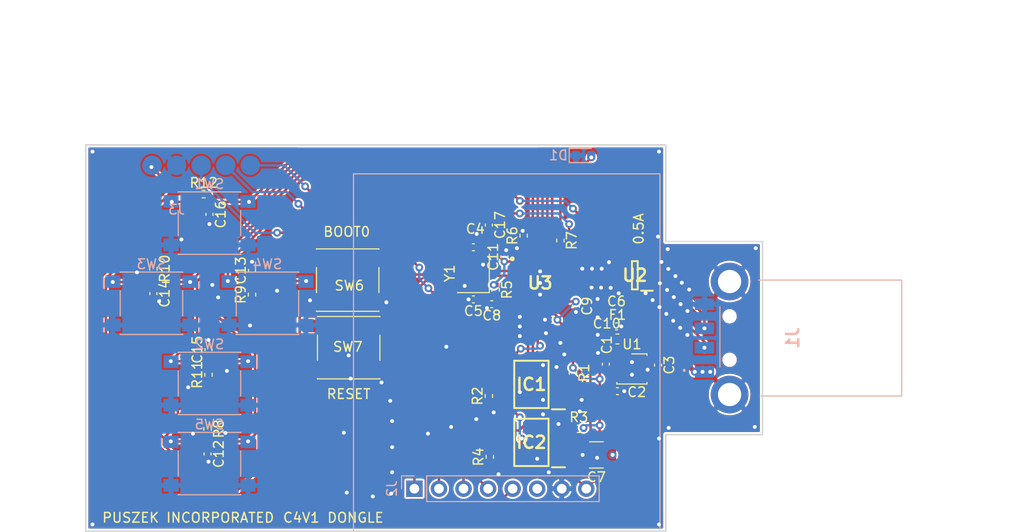
<source format=kicad_pcb>
(kicad_pcb (version 20171130) (host pcbnew "(5.1.12)-1")
  (layers (0 F.Cu signal) (31 B.Cu signal) (34 B.Paste user) (35 F.Paste user) (36 B.SilkS user) (37 F.SilkS user) (38 B.Mask user) (39 F.Mask user) (44 Edge.Cuts user))
  (net 0 "")
  (net 1 "Net-(IC1-Pad7)")
  (net 2 "Net-(IC1-Pad3)")
  (net 3 GND)
  (net 4 "Net-(C2-Pad1)")
  (net 5 "Net-(J1-Pad3)")
  (net 6 "Net-(J1-Pad2)")
  (net 7 D+)
  (net 8 VBUS)
  (net 9 D-)
  (net 10 "Net-(IC2-Pad3)")
  (net 11 "Net-(U3-Pad18)")
  (net 12 "Net-(U3-Pad13)")
  (net 13 "Net-(U3-Pad9)")
  (net 14 "Net-(U3-Pad6)")
  (net 15 "Net-(F1-Pad2)")
  (net 16 "Net-(C4-Pad2)")
  (net 17 "Net-(C5-Pad2)")
  (net 18 +3V3)
  (net 19 CLK)
  (net 20 MOSI)
  (net 21 MISO)
  (net 22 "Net-(IC2-Pad7)")
  (net 23 RIGHT)
  (net 24 DOWN)
  (net 25 LEFT)
  (net 26 UP)
  (net 27 "Net-(J2-Pad6)")
  (net 28 ~CS)
  (net 29 DC)
  (net 30 ~RES)
  (net 31 OK)
  (net 32 ~FLASH_CS)
  (net 33 ~FRAM_CS)
  (net 34 "Net-(D1-Pad2)")
  (net 35 "Net-(R7-Pad2)")
  (net 36 RST_SWD)
  (net 37 SWCLK)
  (net 38 SWDIO)
  (net 39 BOOT0)
  (module Button_Switch_SMD:SW_Push_1P1T_NO_6x6mm_H9.5mm (layer B.Cu) (at 71.8 112.4 180)
    (fp_text reference SW4 (at 0 4.05) (layer B.SilkS) (effects (justify mirror)))
    (fp_text value SW_Push)
    (pad 2 smd rect (at 3.975 -2.25 180) (size 1.55 1.3) (layers B.Cu B.Paste B.Mask) (net 3 GND))
    (pad 1 smd rect (at 3.975 2.25 180) (size 1.55 1.3) (layers B.Cu B.Paste B.Mask) (net 23 RIGHT))
    (pad 1 smd rect (at -3.975 2.25 180) (size 1.55 1.3) (layers B.Cu B.Paste B.Mask) (net 23 RIGHT))
    (pad 2 smd rect (at -3.975 -2.25 180) (size 1.55 1.3) (layers B.Cu B.Paste B.Mask) (net 3 GND))
  )
  (module Button_Switch_SMD:SW_Push_1P1T_NO_6x6mm_H9.5mm (layer B.Cu) (at 65.8 120.7 180)
    (fp_text reference SW2 (at 0 4.05) (layer B.SilkS) (effects (justify mirror)))
    (fp_text value SW_Push)
    (pad 2 smd rect (at 3.975 -2.25 180) (size 1.55 1.3) (layers B.Cu B.Paste B.Mask) (net 3 GND))
    (pad 1 smd rect (at 3.975 2.25 180) (size 1.55 1.3) (layers B.Cu B.Paste B.Mask) (net 24 DOWN))
    (pad 1 smd rect (at -3.975 2.25 180) (size 1.55 1.3) (layers B.Cu B.Paste B.Mask) (net 24 DOWN))
    (pad 2 smd rect (at -3.975 -2.25 180) (size 1.55 1.3) (layers B.Cu B.Paste B.Mask) (net 3 GND))
  )
  (module C4V1:Programator (layer B.Cu) (at 62.4 103.2)
    (fp_text reference J3 (at 0 -0.5) (layer B.SilkS) (effects (justify mirror)))
    (fp_text value Conn_01x05_Female)
    (pad 5 smd circle (at 7.62 -5.08) (size 2 2) (layers B.Cu B.Paste B.Mask) (net 38 SWDIO))
    (pad 4 smd circle (at 5.08 -5.08) (size 2 2) (layers B.Cu B.Paste B.Mask) (net 37 SWCLK))
    (pad 3 smd circle (at 2.54 -5.08) (size 2 2) (layers B.Cu B.Paste B.Mask) (net 36 RST_SWD))
    (pad 2 smd circle (at 0 -5.08) (size 2 2) (layers B.Cu B.Paste B.Mask) (net 3 GND))
    (pad 1 smd circle (at -2.54 -5.08) (size 2 2) (layers B.Cu B.Paste B.Mask) (net 18 +3V3))
  )
  (module Button_Switch_SMD:SW_Push_1P1T_NO_6x6mm_H9.5mm (layer F.Cu) (at 80.2 117)
    (fp_text reference SW6 (at 0.07 -6.43) (layer F.SilkS))
    (fp_text value SW_Push)
    (pad 2 smd rect (at 3.975 2.25) (size 1.55 1.3) (layers F.Cu F.Paste F.Mask) (net 39 BOOT0))
    (pad 1 smd rect (at 3.975 -2.25) (size 1.55 1.3) (layers F.Cu F.Paste F.Mask) (net 18 +3V3))
    (pad 1 smd rect (at -3.975 -2.25) (size 1.55 1.3) (layers F.Cu F.Paste F.Mask) (net 18 +3V3))
    (pad 2 smd rect (at -3.975 2.25) (size 1.55 1.3) (layers F.Cu F.Paste F.Mask) (net 39 BOOT0))
  )
  (module Button_Switch_SMD:SW_Push_1P1T_NO_6x6mm_H9.5mm (layer F.Cu) (at 80.1 110 180)
    (fp_text reference SW7 (at -0.01 -6.91) (layer F.SilkS))
    (fp_text value SW_Push)
    (pad 2 smd rect (at 3.975 2.25 180) (size 1.55 1.3) (layers F.Cu F.Paste F.Mask) (net 36 RST_SWD))
    (pad 1 smd rect (at 3.975 -2.25 180) (size 1.55 1.3) (layers F.Cu F.Paste F.Mask) (net 3 GND))
    (pad 1 smd rect (at -3.975 -2.25 180) (size 1.55 1.3) (layers F.Cu F.Paste F.Mask) (net 3 GND))
    (pad 2 smd rect (at -3.975 2.25 180) (size 1.55 1.3) (layers F.Cu F.Paste F.Mask) (net 36 RST_SWD))
  )
  (module Capacitor_SMD:C_0402_1005Metric (layer F.Cu) (at 94.7 104.3 270)
    (fp_text reference C17 (at 0 -1.16 90) (layer F.SilkS))
    (fp_text value 100n/X5R/10V)
    (pad 2 smd roundrect (at 0.48 0 270) (size 0.56 0.62) (layers F.Cu F.Paste F.Mask) (net 18 +3V3))
    (pad 1 smd roundrect (at -0.48 0 270) (size 0.56 0.62) (layers F.Cu F.Paste F.Mask) (net 39 BOOT0))
  )
  (module Resistor_SMD:R_0402_1005Metric (layer F.Cu) (at 65.2 101.1)
    (fp_text reference R12 (at 0 -1.17) (layer F.SilkS))
    (fp_text value 10k/5%/0.1W)
    (pad 2 smd roundrect (at 0.51 0) (size 0.54 0.64) (layers F.Cu F.Paste F.Mask) (net 26 UP))
    (pad 1 smd roundrect (at -0.51 0) (size 0.54 0.64) (layers F.Cu F.Paste F.Mask) (net 18 +3V3))
  )
  (module Resistor_SMD:R_0402_1005Metric (layer F.Cu) (at 65.7 119.8 90)
    (fp_text reference R11 (at 0 -1.17 90) (layer F.SilkS))
    (fp_text value 10k/5%/0.1W)
    (pad 2 smd roundrect (at 0.51 0 90) (size 0.54 0.64) (layers F.Cu F.Paste F.Mask) (net 24 DOWN))
    (pad 1 smd roundrect (at -0.51 0 90) (size 0.54 0.64) (layers F.Cu F.Paste F.Mask) (net 18 +3V3))
  )
  (module Resistor_SMD:R_0402_1005Metric (layer F.Cu) (at 60 108.81 270)
    (fp_text reference R10 (at 0 -1.17 90) (layer F.SilkS))
    (fp_text value 10k/5%/0.1W)
    (pad 2 smd roundrect (at 0.51 0 270) (size 0.54 0.64) (layers F.Cu F.Paste F.Mask) (net 25 LEFT))
    (pad 1 smd roundrect (at -0.51 0 270) (size 0.54 0.64) (layers F.Cu F.Paste F.Mask) (net 18 +3V3))
  )
  (module Resistor_SMD:R_0402_1005Metric (layer F.Cu) (at 70.2 111.5 90)
    (fp_text reference R9 (at 0 -1.17 90) (layer F.SilkS))
    (fp_text value 10k/5%/0.1W)
    (pad 2 smd roundrect (at 0.51 0 90) (size 0.54 0.64) (layers F.Cu F.Paste F.Mask) (net 23 RIGHT))
    (pad 1 smd roundrect (at -0.51 0 90) (size 0.54 0.64) (layers F.Cu F.Paste F.Mask) (net 18 +3V3))
  )
  (module Resistor_SMD:R_0402_1005Metric (layer F.Cu) (at 65.6 125.4 270)
    (fp_text reference R8 (at 0 -1.17 90) (layer F.SilkS))
    (fp_text value 10k/5%/0.1W)
    (pad 2 smd roundrect (at 0.51 0 270) (size 0.54 0.64) (layers F.Cu F.Paste F.Mask) (net 31 OK))
    (pad 1 smd roundrect (at -0.51 0 270) (size 0.54 0.64) (layers F.Cu F.Paste F.Mask) (net 18 +3V3))
  )
  (module Resistor_SMD:R_0402_1005Metric (layer F.Cu) (at 102.1 105.9 270)
    (fp_text reference R7 (at 0 -1.17 90) (layer F.SilkS))
    (fp_text value /5%/0.1W)
    (pad 2 smd roundrect (at 0.51 0 270) (size 0.54 0.64) (layers F.Cu F.Paste F.Mask) (net 35 "Net-(R7-Pad2)"))
    (pad 1 smd roundrect (at -0.51 0 270) (size 0.54 0.64) (layers F.Cu F.Paste F.Mask) (net 34 "Net-(D1-Pad2)"))
  )
  (module LED_SMD:LED_0603_1608Metric (layer B.Cu) (at 104.5 97.1)
    (fp_text reference D1 (at -2.61 -0.02) (layer B.SilkS) (effects (justify mirror)))
    (fp_text value LED)
    (pad 2 smd roundrect (at 0.7875 0) (size 0.875 0.95) (layers B.Cu B.Paste B.Mask) (net 34 "Net-(D1-Pad2)"))
    (pad 1 smd roundrect (at -0.7875 0) (size 0.875 0.95) (layers B.Cu B.Paste B.Mask) (net 3 GND))
  )
  (module Capacitor_SMD:C_0402_1005Metric (layer F.Cu) (at 65.8 103.2 270)
    (fp_text reference C16 (at 0 -1.16 90) (layer F.SilkS))
    (fp_text value 100n/X5R/10V)
    (pad 2 smd roundrect (at 0.48 0 270) (size 0.56 0.62) (layers F.Cu F.Paste F.Mask) (net 3 GND))
    (pad 1 smd roundrect (at -0.48 0 270) (size 0.56 0.62) (layers F.Cu F.Paste F.Mask) (net 26 UP))
  )
  (module Capacitor_SMD:C_0402_1005Metric (layer F.Cu) (at 65.7 117.2 90)
    (fp_text reference C15 (at 0 -1.16 90) (layer F.SilkS))
    (fp_text value 100n/X5R/10V)
    (pad 2 smd roundrect (at 0.48 0 90) (size 0.56 0.62) (layers F.Cu F.Paste F.Mask) (net 3 GND))
    (pad 1 smd roundrect (at -0.48 0 90) (size 0.56 0.62) (layers F.Cu F.Paste F.Mask) (net 24 DOWN))
  )
  (module Capacitor_SMD:C_0402_1005Metric (layer F.Cu) (at 60 111.4 270)
    (fp_text reference C14 (at 0 -1.16 90) (layer F.SilkS))
    (fp_text value 100n/X5R/10V)
    (pad 2 smd roundrect (at 0.48 0 270) (size 0.56 0.62) (layers F.Cu F.Paste F.Mask) (net 3 GND))
    (pad 1 smd roundrect (at -0.48 0 270) (size 0.56 0.62) (layers F.Cu F.Paste F.Mask) (net 25 LEFT))
  )
  (module Capacitor_SMD:C_0402_1005Metric (layer F.Cu) (at 70.2 109 90)
    (fp_text reference C13 (at 0 -1.16 90) (layer F.SilkS))
    (fp_text value 100n/X5R/10V)
    (pad 2 smd roundrect (at 0.48 0 90) (size 0.56 0.62) (layers F.Cu F.Paste F.Mask) (net 3 GND))
    (pad 1 smd roundrect (at -0.48 0 90) (size 0.56 0.62) (layers F.Cu F.Paste F.Mask) (net 23 RIGHT))
  )
  (module Capacitor_SMD:C_0402_1005Metric (layer F.Cu) (at 65.6 128 270)
    (fp_text reference C12 (at 0 -1.16 90) (layer F.SilkS))
    (fp_text value 100n/X5R/10V)
    (pad 2 smd roundrect (at 0.48 0 270) (size 0.56 0.62) (layers F.Cu F.Paste F.Mask) (net 3 GND))
    (pad 1 smd roundrect (at -0.48 0 270) (size 0.56 0.62) (layers F.Cu F.Paste F.Mask) (net 31 OK))
  )
  (module C4V1:480372100 (layer B.Cu) (at 128 116 270)
    (fp_text reference J1 (at 0 1.875 270) (layer B.SilkS) (effects (font (size 1.27 1.27) (thickness 0.254)) (justify mirror)))
    (fp_text value 48037-2100 hide)
    (pad MH4 np_thru_hole circle (at -2.25 8.4 270) (size 1.1 1.1) (drill 1.1) (layers *.Cu *.Mask))
    (pad MH3 np_thru_hole circle (at 2.25 8.4 270) (size 1.1 1.1) (drill 1.1) (layers *.Cu *.Mask))
    (pad 5 thru_hole circle (at -5.85 8.4 270) (size 3.9 3.9) (drill 2.404) (layers *.Cu *.Mask) (net 3 GND))
    (pad 5 thru_hole circle (at 5.85 8.4 270) (size 3.9 3.9) (drill 2.404) (layers *.Cu *.Mask) (net 3 GND))
    (pad 4 smd rect (at -3.5 11 270) (size 1.2 2) (layers B.Cu B.Paste B.Mask) (net 3 GND))
    (pad 3 smd rect (at -1 11 270) (size 1.2 2) (layers B.Cu B.Paste B.Mask) (net 5 "Net-(J1-Pad3)"))
    (pad 2 smd rect (at 1 11 270) (size 1.2 2) (layers B.Cu B.Paste B.Mask) (net 6 "Net-(J1-Pad2)"))
    (pad 1 smd rect (at 3.5 11 270) (size 1.2 2) (layers B.Cu B.Paste B.Mask) (net 15 "Net-(F1-Pad2)"))
  )
  (module Capacitor_SMD:C_1210_3225Metric (layer F.Cu) (at 105.825 128.1 180)
    (fp_text reference C7 (at 0 -2.3) (layer F.SilkS))
    (fp_text value 100u/X7R/10V)
    (pad 2 smd roundrect (at 1.475 0 180) (size 1.15 2.7) (layers F.Cu F.Paste F.Mask) (roundrect_rratio 0.217391) (net 3 GND))
    (pad 1 smd roundrect (at -1.475 0 180) (size 1.15 2.7) (layers F.Cu F.Paste F.Mask) (roundrect_rratio 0.217391) (net 18 +3V3))
  )
  (module Crystal:Crystal_SMD_Abracon_ABM8G-4Pin_3.2x2.5mm (layer F.Cu) (at 93.1 109.3 90)
    (fp_text reference Y1 (at 0 -2.45 90) (layer F.SilkS))
    (fp_text value ECS-80-8-33Q-ADS-TR3)
    (pad 4 smd rect (at -1.1 -0.85 90) (size 1.4 1.2) (layers F.Cu F.Paste F.Mask) (net 3 GND))
    (pad 3 smd rect (at 1.1 -0.85 90) (size 1.4 1.2) (layers F.Cu F.Paste F.Mask) (net 16 "Net-(C4-Pad2)"))
    (pad 2 smd rect (at 1.1 0.85 90) (size 1.4 1.2) (layers F.Cu F.Paste F.Mask) (net 3 GND))
    (pad 1 smd rect (at -1.1 0.85 90) (size 1.4 1.2) (layers F.Cu F.Paste F.Mask) (net 17 "Net-(C5-Pad2)"))
  )
  (module Package_DFN_QFN:DFN-8-1EP_3x3mm_P0.65mm_EP1.55x2.4mm (layer F.Cu) (at 109.5 119.2)
    (fp_text reference U1 (at 0 -2.55) (layer F.SilkS))
    (fp_text value LDLN050PU33)
    (pad 9 smd rect (at 0 0) (size 1.55 2.4) (layers F.Cu F.Mask) (net 3 GND))
    (pad 8 smd rect (at 1.55 -0.975) (size 0.65 0.35) (layers F.Cu F.Paste F.Mask) (net 8 VBUS))
    (pad 7 smd rect (at 1.55 -0.325) (size 0.65 0.35) (layers F.Cu F.Paste F.Mask) (net 3 GND))
    (pad 6 smd rect (at 1.55 0.325) (size 0.65 0.35) (layers F.Cu F.Paste F.Mask) (net 3 GND))
    (pad 5 smd rect (at 1.55 0.975) (size 0.65 0.35) (layers F.Cu F.Paste F.Mask) (net 8 VBUS))
    (pad 4 smd rect (at -1.55 0.975) (size 0.65 0.35) (layers F.Cu F.Paste F.Mask) (net 3 GND))
    (pad 3 smd rect (at -1.55 0.325) (size 0.65 0.35) (layers F.Cu F.Paste F.Mask) (net 4 "Net-(C2-Pad1)"))
    (pad 2 smd rect (at -1.55 -0.325) (size 0.65 0.35) (layers F.Cu F.Paste F.Mask) (net 3 GND))
    (pad 1 smd rect (at -1.55 -0.975) (size 0.65 0.35) (layers F.Cu F.Paste F.Mask) (net 18 +3V3))
  )
  (module Button_Switch_SMD:SW_Push_1P1T_NO_6x6mm_H9.5mm (layer B.Cu) (at 65.8 129 180)
    (fp_text reference SW5 (at 0 4.05) (layer B.SilkS) (effects (justify mirror)))
    (fp_text value SW_Push)
    (pad 2 smd rect (at 3.975 -2.25 180) (size 1.55 1.3) (layers B.Cu B.Paste B.Mask) (net 3 GND))
    (pad 1 smd rect (at 3.975 2.25 180) (size 1.55 1.3) (layers B.Cu B.Paste B.Mask) (net 31 OK))
    (pad 1 smd rect (at -3.975 2.25 180) (size 1.55 1.3) (layers B.Cu B.Paste B.Mask) (net 31 OK))
    (pad 2 smd rect (at -3.975 -2.25 180) (size 1.55 1.3) (layers B.Cu B.Paste B.Mask) (net 3 GND))
  )
  (module Button_Switch_SMD:SW_Push_1P1T_NO_6x6mm_H9.5mm (layer B.Cu) (at 59.8 112.4 180)
    (fp_text reference SW3 (at 0 4.05) (layer B.SilkS) (effects (justify mirror)))
    (fp_text value SW_Push)
    (pad 2 smd rect (at 3.975 -2.25 180) (size 1.55 1.3) (layers B.Cu B.Paste B.Mask) (net 3 GND))
    (pad 1 smd rect (at 3.975 2.25 180) (size 1.55 1.3) (layers B.Cu B.Paste B.Mask) (net 25 LEFT))
    (pad 1 smd rect (at -3.975 2.25 180) (size 1.55 1.3) (layers B.Cu B.Paste B.Mask) (net 25 LEFT))
    (pad 2 smd rect (at -3.975 -2.25 180) (size 1.55 1.3) (layers B.Cu B.Paste B.Mask) (net 3 GND))
  )
  (module Button_Switch_SMD:SW_Push_1P1T_NO_6x6mm_H9.5mm (layer B.Cu) (at 65.8 104.1 180)
    (fp_text reference SW1 (at 0 4.05) (layer B.SilkS) (effects (justify mirror)))
    (fp_text value SW_Push)
    (pad 2 smd rect (at 3.975 -2.25 180) (size 1.55 1.3) (layers B.Cu B.Paste B.Mask) (net 3 GND))
    (pad 1 smd rect (at 3.975 2.25 180) (size 1.55 1.3) (layers B.Cu B.Paste B.Mask) (net 26 UP))
    (pad 1 smd rect (at -3.975 2.25 180) (size 1.55 1.3) (layers B.Cu B.Paste B.Mask) (net 26 UP))
    (pad 2 smd rect (at -3.975 -2.25 180) (size 1.55 1.3) (layers B.Cu B.Paste B.Mask) (net 3 GND))
  )
  (module Resistor_SMD:R_0402_1005Metric (layer F.Cu) (at 98.3 105.4 90)
    (fp_text reference R6 (at 0 -1.17 90) (layer F.SilkS))
    (fp_text value 10k/5%/0.1W)
    (pad 2 smd roundrect (at 0.51 0 90) (size 0.54 0.64) (layers F.Cu F.Paste F.Mask) (net 3 GND))
    (pad 1 smd roundrect (at -0.51 0 90) (size 0.54 0.64) (layers F.Cu F.Paste F.Mask) (net 39 BOOT0))
  )
  (module Resistor_SMD:R_0402_1005Metric (layer F.Cu) (at 95.4 111 270)
    (fp_text reference R5 (at 0 -1.17 90) (layer F.SilkS))
    (fp_text value 10k/5%/0.1W)
    (pad 2 smd roundrect (at 0.51 0 270) (size 0.54 0.64) (layers F.Cu F.Paste F.Mask) (net 36 RST_SWD))
    (pad 1 smd roundrect (at -0.51 0 270) (size 0.54 0.64) (layers F.Cu F.Paste F.Mask) (net 18 +3V3))
  )
  (module Resistor_SMD:R_0402_1005Metric (layer F.Cu) (at 94.8 128.3 90)
    (fp_text reference R4 (at 0 -1.17 90) (layer F.SilkS))
    (fp_text value 10k/5%/0.1W)
    (pad 2 smd roundrect (at 0.51 0 90) (size 0.54 0.64) (layers F.Cu F.Paste F.Mask) (net 22 "Net-(IC2-Pad7)"))
    (pad 1 smd roundrect (at -0.51 0 90) (size 0.54 0.64) (layers F.Cu F.Paste F.Mask) (net 18 +3V3))
  )
  (module Resistor_SMD:R_0402_1005Metric (layer F.Cu) (at 104 125.4 180)
    (fp_text reference R3 (at 0 1.2) (layer F.SilkS))
    (fp_text value 10k/5%/0.1W)
    (pad 2 smd roundrect (at 0.51 0 180) (size 0.54 0.64) (layers F.Cu F.Paste F.Mask) (net 10 "Net-(IC2-Pad3)"))
    (pad 1 smd roundrect (at -0.51 0 180) (size 0.54 0.64) (layers F.Cu F.Paste F.Mask) (net 18 +3V3))
  )
  (module Resistor_SMD:R_0402_1005Metric (layer F.Cu) (at 94.7 122 90)
    (fp_text reference R2 (at 0 -1.17 90) (layer F.SilkS))
    (fp_text value 10k/5%/0.1W)
    (pad 2 smd roundrect (at 0.51 0 90) (size 0.54 0.64) (layers F.Cu F.Paste F.Mask) (net 1 "Net-(IC1-Pad7)"))
    (pad 1 smd roundrect (at -0.51 0 90) (size 0.54 0.64) (layers F.Cu F.Paste F.Mask) (net 18 +3V3))
  )
  (module Resistor_SMD:R_0402_1005Metric (layer F.Cu) (at 103.4 119.6 270)
    (fp_text reference R1 (at 0 -1.17 90) (layer F.SilkS))
    (fp_text value 10k/5%/0.1W)
    (pad 2 smd roundrect (at 0.51 0 270) (size 0.54 0.64) (layers F.Cu F.Paste F.Mask) (net 2 "Net-(IC1-Pad3)"))
    (pad 1 smd roundrect (at -0.51 0 270) (size 0.54 0.64) (layers F.Cu F.Paste F.Mask) (net 18 +3V3))
  )
  (module C4V1:SOIC127P600X175-8N (layer F.Cu) (at 99.1 126.8 180)
    (fp_text reference IC2 (at 0 0) (layer F.SilkS) (effects (font (size 1.27 1.27) (thickness 0.254))))
    (fp_text value MB85RS256TYPNF-G-AWERE2 hide)
    (pad 8 smd rect (at 2.8 -1.905 270) (size 0.65 1.35) (layers F.Cu F.Paste F.Mask) (net 18 +3V3))
    (pad 7 smd rect (at 2.8 -0.635 270) (size 0.65 1.35) (layers F.Cu F.Paste F.Mask) (net 22 "Net-(IC2-Pad7)"))
    (pad 6 smd rect (at 2.8 0.635 270) (size 0.65 1.35) (layers F.Cu F.Paste F.Mask) (net 19 CLK))
    (pad 5 smd rect (at 2.8 1.905 270) (size 0.65 1.35) (layers F.Cu F.Paste F.Mask) (net 20 MOSI))
    (pad 4 smd rect (at -2.8 1.905 270) (size 0.65 1.35) (layers F.Cu F.Paste F.Mask) (net 3 GND))
    (pad 3 smd rect (at -2.8 0.635 270) (size 0.65 1.35) (layers F.Cu F.Paste F.Mask) (net 10 "Net-(IC2-Pad3)"))
    (pad 2 smd rect (at -2.8 -0.635 270) (size 0.65 1.35) (layers F.Cu F.Paste F.Mask) (net 21 MISO))
    (pad 1 smd rect (at -2.8 -1.905 270) (size 0.65 1.35) (layers F.Cu F.Paste F.Mask) (net 33 ~FRAM_CS))
  )
  (module C4V1:SOIC127P600X175-8N (layer F.Cu) (at 99.1 120.8 180)
    (fp_text reference IC1 (at 0 0) (layer F.SilkS) (effects (font (size 1.27 1.27) (thickness 0.254))))
    (fp_text value W25Q16JVSNIQ hide)
    (pad 8 smd rect (at 2.8 -1.905 270) (size 0.65 1.35) (layers F.Cu F.Paste F.Mask) (net 18 +3V3))
    (pad 7 smd rect (at 2.8 -0.635 270) (size 0.65 1.35) (layers F.Cu F.Paste F.Mask) (net 1 "Net-(IC1-Pad7)"))
    (pad 6 smd rect (at 2.8 0.635 270) (size 0.65 1.35) (layers F.Cu F.Paste F.Mask) (net 19 CLK))
    (pad 5 smd rect (at 2.8 1.905 270) (size 0.65 1.35) (layers F.Cu F.Paste F.Mask) (net 20 MOSI))
    (pad 4 smd rect (at -2.8 1.905 270) (size 0.65 1.35) (layers F.Cu F.Paste F.Mask) (net 3 GND))
    (pad 3 smd rect (at -2.8 0.635 270) (size 0.65 1.35) (layers F.Cu F.Paste F.Mask) (net 2 "Net-(IC1-Pad3)"))
    (pad 2 smd rect (at -2.8 -0.635 270) (size 0.65 1.35) (layers F.Cu F.Paste F.Mask) (net 21 MISO))
    (pad 1 smd rect (at -2.8 -1.905 270) (size 0.65 1.35) (layers F.Cu F.Paste F.Mask) (net 32 ~FLASH_CS))
  )
  (module Capacitor_SMD:C_0402_1005Metric (layer F.Cu) (at 96.3 107.6 90)
    (fp_text reference C11 (at 0 -1.16 90) (layer F.SilkS))
    (fp_text value 4.7u/X5R/10V)
    (pad 2 smd roundrect (at 0.48 0 90) (size 0.56 0.62) (layers F.Cu F.Paste F.Mask) (net 3 GND))
    (pad 1 smd roundrect (at -0.48 0 90) (size 0.56 0.62) (layers F.Cu F.Paste F.Mask) (net 18 +3V3))
  )
  (module Capacitor_SMD:C_0402_1005Metric (layer F.Cu) (at 101.3 114.1 180)
    (fp_text reference C10 (at -5.6 -0.4) (layer F.SilkS))
    (fp_text value 4.7u/X5R/10V)
    (pad 2 smd roundrect (at 0.48 0 180) (size 0.56 0.62) (layers F.Cu F.Paste F.Mask) (net 3 GND))
    (pad 1 smd roundrect (at -0.48 0 180) (size 0.56 0.62) (layers F.Cu F.Paste F.Mask) (net 18 +3V3))
  )
  (module Capacitor_SMD:C_0402_1005Metric (layer F.Cu) (at 103.7 112.7 270)
    (fp_text reference C9 (at 0 -1.16 90) (layer F.SilkS))
    (fp_text value 4.7u/X5R/10V)
    (pad 2 smd roundrect (at 0.48 0 270) (size 0.56 0.62) (layers F.Cu F.Paste F.Mask) (net 3 GND))
    (pad 1 smd roundrect (at -0.48 0 270) (size 0.56 0.62) (layers F.Cu F.Paste F.Mask) (net 18 +3V3))
  )
  (module Capacitor_SMD:C_0402_1005Metric (layer F.Cu) (at 95 112.5 180)
    (fp_text reference C8 (at 0 -1.16) (layer F.SilkS))
    (fp_text value 100n/X5R/10V)
    (pad 2 smd roundrect (at 0.48 0 180) (size 0.56 0.62) (layers F.Cu F.Paste F.Mask) (net 3 GND))
    (pad 1 smd roundrect (at -0.48 0 180) (size 0.56 0.62) (layers F.Cu F.Paste F.Mask) (net 36 RST_SWD))
  )
  (module Capacitor_SMD:C_0402_1005Metric (layer F.Cu) (at 107.9 114.8)
    (fp_text reference C6 (at 0 -2.6) (layer F.SilkS))
    (fp_text value 4.7u/X5R/10V)
    (pad 2 smd roundrect (at 0.48 0) (size 0.56 0.62) (layers F.Cu F.Paste F.Mask) (net 3 GND))
    (pad 1 smd roundrect (at -0.48 0) (size 0.56 0.62) (layers F.Cu F.Paste F.Mask) (net 8 VBUS))
  )
  (module Capacitor_SMD:C_0402_1005Metric (layer F.Cu) (at 93.1 112)
    (fp_text reference C5 (at 0 1.2) (layer F.SilkS))
    (fp_text value 8p/COG/10V)
    (pad 2 smd roundrect (at 0.48 0) (size 0.56 0.62) (layers F.Cu F.Paste F.Mask) (net 17 "Net-(C5-Pad2)"))
    (pad 1 smd roundrect (at -0.48 0) (size 0.56 0.62) (layers F.Cu F.Paste F.Mask) (net 3 GND))
  )
  (module Capacitor_SMD:C_0402_1005Metric (layer F.Cu) (at 93.1 106.6 180)
    (fp_text reference C4 (at -0.2 1.9) (layer F.SilkS))
    (fp_text value 8p/C0G/10V)
    (pad 2 smd roundrect (at 0.48 0 180) (size 0.56 0.62) (layers F.Cu F.Paste F.Mask) (net 16 "Net-(C4-Pad2)"))
    (pad 1 smd roundrect (at -0.48 0 180) (size 0.56 0.62) (layers F.Cu F.Paste F.Mask) (net 3 GND))
  )
  (module Capacitor_SMD:C_0402_1005Metric (layer F.Cu) (at 112.2 118.8 270)
    (fp_text reference C3 (at 0 -1.16 90) (layer F.SilkS))
    (fp_text value 4.7u/X5R/10V)
    (pad 2 smd roundrect (at 0.48 0 270) (size 0.56 0.62) (layers F.Cu F.Paste F.Mask) (net 3 GND))
    (pad 1 smd roundrect (at -0.48 0 270) (size 0.56 0.62) (layers F.Cu F.Paste F.Mask) (net 8 VBUS))
  )
  (module Capacitor_SMD:C_0402_1005Metric (layer F.Cu) (at 108 121.5)
    (fp_text reference C2 (at 2 0.1) (layer F.SilkS))
    (fp_text value 10n/X5R/10V)
    (pad 2 smd roundrect (at 0.48 0) (size 0.56 0.62) (layers F.Cu F.Paste F.Mask) (net 3 GND))
    (pad 1 smd roundrect (at -0.48 0) (size 0.56 0.62) (layers F.Cu F.Paste F.Mask) (net 4 "Net-(C2-Pad1)"))
  )
  (module Capacitor_SMD:C_0402_1005Metric (layer F.Cu) (at 106.8 118.7 270)
    (fp_text reference C1 (at -2 -0.1 90) (layer F.SilkS))
    (fp_text value 4.7u/X5R/10V)
    (pad 2 smd roundrect (at 0.48 0 270) (size 0.56 0.62) (layers F.Cu F.Paste F.Mask) (net 3 GND))
    (pad 1 smd roundrect (at -0.48 0 270) (size 0.56 0.62) (layers F.Cu F.Paste F.Mask) (net 18 +3V3))
  )
  (module C4V1:QFN50P500X500X60-33N-D (layer F.Cu) (at 100 110.3)
    (fp_text reference U3 (at 0 0) (layer F.SilkS) (effects (font (size 1.27 1.27) (thickness 0.254))))
    (fp_text value STM32G4A1KEU6 hide)
    (pad 33 smd rect (at 0 0) (size 3.6 3.6) (layers F.Cu F.Paste F.Mask) (net 3 GND))
    (pad 32 smd rect (at -1.75 -2.45) (size 0.25 0.85) (layers F.Cu F.Paste F.Mask) (net 3 GND))
    (pad 31 smd rect (at -1.25 -2.45) (size 0.25 0.85) (layers F.Cu F.Paste F.Mask) (net 39 BOOT0))
    (pad 30 smd rect (at -0.75 -2.45) (size 0.25 0.85) (layers F.Cu F.Paste F.Mask) (net 23 RIGHT))
    (pad 29 smd rect (at -0.25 -2.45) (size 0.25 0.85) (layers F.Cu F.Paste F.Mask) (net 31 OK))
    (pad 28 smd rect (at 0.25 -2.45) (size 0.25 0.85) (layers F.Cu F.Paste F.Mask) (net 24 DOWN))
    (pad 27 smd rect (at 0.75 -2.45) (size 0.25 0.85) (layers F.Cu F.Paste F.Mask) (net 25 LEFT))
    (pad 26 smd rect (at 1.25 -2.45) (size 0.25 0.85) (layers F.Cu F.Paste F.Mask) (net 26 UP))
    (pad 25 smd rect (at 1.75 -2.45) (size 0.25 0.85) (layers F.Cu F.Paste F.Mask) (net 35 "Net-(R7-Pad2)"))
    (pad 24 smd rect (at 2.45 -1.75 90) (size 0.25 0.85) (layers F.Cu F.Paste F.Mask) (net 37 SWCLK))
    (pad 23 smd rect (at 2.45 -1.25 90) (size 0.25 0.85) (layers F.Cu F.Paste F.Mask) (net 38 SWDIO))
    (pad 22 smd rect (at 2.45 -0.75 90) (size 0.25 0.85) (layers F.Cu F.Paste F.Mask) (net 7 D+))
    (pad 21 smd rect (at 2.45 -0.25 90) (size 0.25 0.85) (layers F.Cu F.Paste F.Mask) (net 9 D-))
    (pad 20 smd rect (at 2.45 0.25 90) (size 0.25 0.85) (layers F.Cu F.Paste F.Mask) (net 33 ~FRAM_CS))
    (pad 19 smd rect (at 2.45 0.75 90) (size 0.25 0.85) (layers F.Cu F.Paste F.Mask) (net 32 ~FLASH_CS))
    (pad 18 smd rect (at 2.45 1.25 90) (size 0.25 0.85) (layers F.Cu F.Paste F.Mask) (net 11 "Net-(U3-Pad18)"))
    (pad 17 smd rect (at 2.45 1.75 90) (size 0.25 0.85) (layers F.Cu F.Paste F.Mask) (net 18 +3V3))
    (pad 16 smd rect (at 1.75 2.45) (size 0.25 0.85) (layers F.Cu F.Paste F.Mask) (net 3 GND))
    (pad 15 smd rect (at 1.25 2.45) (size 0.25 0.85) (layers F.Cu F.Paste F.Mask) (net 18 +3V3))
    (pad 14 smd rect (at 0.75 2.45) (size 0.25 0.85) (layers F.Cu F.Paste F.Mask) (net 3 GND))
    (pad 13 smd rect (at 0.25 2.45) (size 0.25 0.85) (layers F.Cu F.Paste F.Mask) (net 12 "Net-(U3-Pad13)"))
    (pad 12 smd rect (at -0.25 2.45) (size 0.25 0.85) (layers F.Cu F.Paste F.Mask) (net 20 MOSI))
    (pad 11 smd rect (at -0.75 2.45) (size 0.25 0.85) (layers F.Cu F.Paste F.Mask) (net 21 MISO))
    (pad 10 smd rect (at -1.25 2.45) (size 0.25 0.85) (layers F.Cu F.Paste F.Mask) (net 19 CLK))
    (pad 9 smd rect (at -1.75 2.45) (size 0.25 0.85) (layers F.Cu F.Paste F.Mask) (net 13 "Net-(U3-Pad9)"))
    (pad 8 smd rect (at -2.45 1.75 90) (size 0.25 0.85) (layers F.Cu F.Paste F.Mask) (net 28 ~CS))
    (pad 7 smd rect (at -2.45 1.25 90) (size 0.25 0.85) (layers F.Cu F.Paste F.Mask) (net 29 DC))
    (pad 6 smd rect (at -2.45 0.75 90) (size 0.25 0.85) (layers F.Cu F.Paste F.Mask) (net 14 "Net-(U3-Pad6)"))
    (pad 5 smd rect (at -2.45 0.25 90) (size 0.25 0.85) (layers F.Cu F.Paste F.Mask) (net 30 ~RES))
    (pad 4 smd rect (at -2.45 -0.25 90) (size 0.25 0.85) (layers F.Cu F.Paste F.Mask) (net 36 RST_SWD))
    (pad 3 smd rect (at -2.45 -0.75 90) (size 0.25 0.85) (layers F.Cu F.Paste F.Mask) (net 17 "Net-(C5-Pad2)"))
    (pad 2 smd rect (at -2.45 -1.25 90) (size 0.25 0.85) (layers F.Cu F.Paste F.Mask) (net 16 "Net-(C4-Pad2)"))
    (pad 1 smd rect (at -2.45 -1.75 90) (size 0.25 0.85) (layers F.Cu F.Paste F.Mask) (net 18 +3V3))
  )
  (module C4V1:SOT95P280X145-6N (layer F.Cu) (at 109.8 109.5 180)
    (fp_text reference U2 (at 0 0) (layer F.SilkS) (effects (font (size 1.27 1.27) (thickness 0.254))))
    (fp_text value ESDALCL6-2SC6 hide)
    (pad 6 smd rect (at 1.25 -0.95 270) (size 0.6 1.2) (layers F.Cu F.Paste F.Mask) (net 9 D-))
    (pad 5 smd rect (at 1.25 0 270) (size 0.6 1.2) (layers F.Cu F.Paste F.Mask) (net 8 VBUS))
    (pad 4 smd rect (at 1.25 0.95 270) (size 0.6 1.2) (layers F.Cu F.Paste F.Mask) (net 7 D+))
    (pad 3 smd rect (at -1.25 0.95 270) (size 0.6 1.2) (layers F.Cu F.Paste F.Mask) (net 5 "Net-(J1-Pad3)"))
    (pad 2 smd rect (at -1.25 0 270) (size 0.6 1.2) (layers F.Cu F.Paste F.Mask) (net 3 GND))
    (pad 1 smd rect (at -1.25 -0.95 270) (size 0.6 1.2) (layers F.Cu F.Paste F.Mask) (net 6 "Net-(J1-Pad2)"))
  )
  (module Connector_PinHeader_2.54mm:PinHeader_1x08_P2.54mm_Vertical (layer B.Cu) (at 87 131.6 270)
    (fp_text reference J2 (at 0 2.33 270) (layer B.SilkS) (effects (justify mirror)))
    (fp_text value Conn_01x08_Male)
    (pad 8 thru_hole oval (at 0 -17.78 270) (size 1.7 1.7) (drill 1) (layers *.Cu *.Mask) (net 18 +3V3))
    (pad 7 thru_hole oval (at 0 -15.24 270) (size 1.7 1.7) (drill 1) (layers *.Cu *.Mask) (net 3 GND))
    (pad 6 thru_hole oval (at 0 -12.7 270) (size 1.7 1.7) (drill 1) (layers *.Cu *.Mask) (net 27 "Net-(J2-Pad6)"))
    (pad 5 thru_hole oval (at 0 -10.16 270) (size 1.7 1.7) (drill 1) (layers *.Cu *.Mask) (net 20 MOSI))
    (pad 4 thru_hole oval (at 0 -7.62 270) (size 1.7 1.7) (drill 1) (layers *.Cu *.Mask) (net 19 CLK))
    (pad 3 thru_hole oval (at 0 -5.08 270) (size 1.7 1.7) (drill 1) (layers *.Cu *.Mask) (net 28 ~CS))
    (pad 2 thru_hole oval (at 0 -2.54 270) (size 1.7 1.7) (drill 1) (layers *.Cu *.Mask) (net 29 DC))
    (pad 1 thru_hole rect (at 0 0 270) (size 1.7 1.7) (drill 1) (layers *.Cu *.Mask) (net 30 ~RES))
  )
  (module Fuse:Fuse_0603_1608Metric (layer F.Cu) (at 108 116.1)
    (fp_text reference F1 (at 0 -2.5) (layer F.SilkS))
    (fp_text value SF-0603SA050M-2)
    (pad 2 smd roundrect (at 0.7875 0) (size 0.875 0.95) (layers F.Cu F.Paste F.Mask) (net 15 "Net-(F1-Pad2)"))
    (pad 1 smd roundrect (at -0.7875 0) (size 0.875 0.95) (layers F.Cu F.Paste F.Mask) (net 8 VBUS))
  )
  (gr_text DONGLE (at 80.9 134.6) (layer F.SilkS) (effects (font (size 1 1))))
  (gr_text C4V1 (at 75.3 134.6) (layer F.SilkS) (effects (font (size 1 1))))
  (gr_text "PUSZEK INCORPORATED" (at 63.6 134.6) (layer F.SilkS) (effects (font (size 1 1))))
  (gr_text RESET (at 80.2 121.8) (layer F.SilkS) (effects (font (size 1 1))))
  (gr_text BOOT0 (at 80 105) (layer F.SilkS) (effects (font (size 1 1))))
  (gr_text 0.5A (at 110.2 104.7 90) (layer F.SilkS) (effects (font (size 1 1))))
  (gr_line (start 80.7 99) (end 80.7 136) (layer B.SilkS) (width 0.12))
  (gr_line (start 112.4 99) (end 80.7 99) (layer B.SilkS) (width 0.12))
  (gr_line (start 112.4 135.8) (end 112.4 99) (layer B.SilkS) (width 0.12))
  (gr_line (start 113 96) (end 53 96) (layer Edge.Cuts) (width 0.15))
  (gr_line (start 113 106) (end 113 96) (layer Edge.Cuts) (width 0.15))
  (gr_line (start 123 106) (end 113 106) (layer Edge.Cuts) (width 0.15))
  (gr_line (start 123 126) (end 123 106) (layer Edge.Cuts) (width 0.15))
  (gr_line (start 113 126) (end 123 126) (layer Edge.Cuts) (width 0.15))
  (gr_line (start 113 136) (end 113 126) (layer Edge.Cuts) (width 0.15))
  (gr_line (start 53 136) (end 113 136) (layer Edge.Cuts) (width 0.15))
  (gr_line (start 53 96) (end 53 136) (layer Edge.Cuts) (width 0.15))
  (via (at 116 119.5) (size 0.8) (drill 0.4) (layers F.Cu B.Cu) (net 15))
  (via (at 116.8 119.5) (size 0.8) (drill 0.4) (layers F.Cu B.Cu) (net 15))
  (via (at 117 117) (size 0.8) (drill 0.4) (layers F.Cu B.Cu) (net 6))
  (via (at 117 115) (size 0.8) (drill 0.4) (layers F.Cu B.Cu) (net 5))
  (via (at 76.2 112.1) (size 0.8) (drill 0.4) (layers F.Cu B.Cu) (net 3))
  (via (at 69.8 126.7) (size 0.8) (drill 0.4) (layers F.Cu B.Cu) (net 31))
  (via (at 61.8 126.7) (size 0.8) (drill 0.4) (layers F.Cu B.Cu) (net 31))
  (via (at 69.8 118.4) (size 0.8) (drill 0.4) (layers F.Cu B.Cu) (net 24))
  (via (at 61.8 118.4) (size 0.8) (drill 0.4) (layers F.Cu B.Cu) (net 24))
  (via (at 67.7 110.1) (size 0.8) (drill 0.4) (layers F.Cu B.Cu) (net 23))
  (via (at 75.8 110.1) (size 0.8) (drill 0.4) (layers F.Cu B.Cu) (net 23))
  (via (at 63.8 110.2) (size 0.8) (drill 0.4) (layers F.Cu B.Cu) (net 25))
  (via (at 55.8 110.2) (size 0.8) (drill 0.4) (layers F.Cu B.Cu) (net 25))
  (via (at 61.9 101.9) (size 0.8) (drill 0.4) (layers F.Cu B.Cu) (net 26))
  (via (at 84.1 112.3) (size 0.8) (drill 0.4) (layers F.Cu B.Cu) (net 3))
  (via (at 100 111.5) (size 0.8) (drill 0.4) (layers F.Cu B.Cu) (net 3))
  (via (at 100 109.1) (size 0.8) (drill 0.4) (layers F.Cu B.Cu) (net 3))
  (via (at 108.7 121.5) (size 0.8) (drill 0.4) (layers F.Cu B.Cu) (net 3))
  (via (at 98.2 104.9) (size 0.8) (drill 0.4) (layers F.Cu B.Cu) (net 3))
  (via (at 96.5 106.9) (size 0.8) (drill 0.4) (layers F.Cu B.Cu) (net 3))
  (via (at 69.9 101.9) (size 0.8) (drill 0.4) (layers F.Cu B.Cu) (net 26))
  (via (at 100.5 114.1) (size 0.8) (drill 0.4) (layers F.Cu B.Cu) (net 3))
  (via (at 109.5 119.8) (size 0.8) (drill 0.4) (layers F.Cu B.Cu) (net 3))
  (via (at 109.5 118.5) (size 0.8) (drill 0.4) (layers F.Cu B.Cu) (net 3))
  (via (at 101.7 119) (size 0.8) (drill 0.4) (layers F.Cu B.Cu) (net 3))
  (via (at 101.9 124.9) (size 0.8) (drill 0.4) (layers F.Cu B.Cu) (net 3))
  (segment (start 96.245 121.49) (end 96.3 121.435) (width 0.25) (layer F.Cu) (net 1))
  (segment (start 94.7 121.49) (end 96.245 121.49) (width 0.25) (layer F.Cu) (net 1))
  (segment (start 103.345 120.165) (end 103.4 120.11) (width 0.25) (layer F.Cu) (net 2))
  (segment (start 101.9 120.165) (end 103.345 120.165) (width 0.25) (layer F.Cu) (net 2))
  (via (at 104.5 125.3) (size 0.8) (drill 0.4) (layers F.Cu B.Cu) (net 18))
  (via (at 94.1 108.4) (size 0.8) (drill 0.4) (layers F.Cu B.Cu) (net 3))
  (via (at 92.2 110.6) (size 0.8) (drill 0.4) (layers F.Cu B.Cu) (net 3))
  (via (at 92.6 112) (size 0.8) (drill 0.4) (layers F.Cu B.Cu) (net 3))
  (via (at 94.5 112.9) (size 0.8) (drill 0.4) (layers F.Cu B.Cu) (net 3))
  (via (at 95.2 110.5) (size 0.8) (drill 0.4) (layers F.Cu B.Cu) (net 18))
  (via (at 107.5 128.1) (size 0.8) (drill 0.4) (layers F.Cu B.Cu) (net 18))
  (via (at 104.4 128.1) (size 0.8) (drill 0.4) (layers F.Cu B.Cu) (net 3))
  (via (at 100 116.8) (size 0.8) (drill 0.4) (layers F.Cu B.Cu) (net 20))
  (via (at 108.4 114.8) (size 0.8) (drill 0.4) (layers F.Cu B.Cu) (net 3))
  (segment (start 102.5 131.34) (end 102.24 131.6) (width 0.25) (layer F.Cu) (net 3))
  (segment (start 102.18 113.18) (end 101.75 112.75) (width 0.25) (layer F.Cu) (net 3))
  (segment (start 103.7 113.18) (end 103.7 113.18) (width 0.25) (layer F.Cu) (net 3))
  (segment (start 103.7 113.18) (end 102.18 113.18) (width 0.25) (layer F.Cu) (net 3))
  (via (at 103.7 113.3) (size 0.8) (drill 0.4) (layers F.Cu B.Cu) (net 3))
  (segment (start 94.5 112.52) (end 94.52 112.5) (width 0.25) (layer F.Cu) (net 3))
  (segment (start 94.5 112.9) (end 94.5 112.52) (width 0.25) (layer F.Cu) (net 3))
  (segment (start 100.75 113.55) (end 100.75 112.75) (width 0.25) (layer F.Cu) (net 3))
  (segment (start 100.75 113.93) (end 100.75 113.55) (width 0.25) (layer F.Cu) (net 3))
  (segment (start 100.7 113.9) (end 100.5 114.1) (width 0.25) (layer F.Cu) (net 3))
  (segment (start 100.82 113.9) (end 100.7 113.9) (width 0.25) (layer F.Cu) (net 3))
  (segment (start 102.24 130.21) (end 104.35 128.1) (width 0.25) (layer F.Cu) (net 3))
  (segment (start 102.24 131.6) (end 102.24 130.21) (width 0.25) (layer F.Cu) (net 3))
  (segment (start 93.95 106.97) (end 93.58 106.6) (width 0.25) (layer F.Cu) (net 3))
  (segment (start 93.95 108.2) (end 93.95 106.97) (width 0.25) (layer F.Cu) (net 3))
  (via (at 97.6 106.7) (size 0.8) (drill 0.4) (layers F.Cu B.Cu) (net 3))
  (segment (start 98.25 107.35) (end 97.6 106.7) (width 0.25) (layer F.Cu) (net 3))
  (segment (start 98.25 107.85) (end 98.25 107.35) (width 0.25) (layer F.Cu) (net 3))
  (segment (start 97.4 106.9) (end 97.6 106.7) (width 0.25) (layer F.Cu) (net 3))
  (segment (start 96.5 106.9) (end 97.4 106.9) (width 0.25) (layer F.Cu) (net 3))
  (segment (start 107.105 118.875) (end 107.95 118.875) (width 0.25) (layer F.Cu) (net 3))
  (segment (start 106.8 119.18) (end 107.105 118.875) (width 0.25) (layer F.Cu) (net 3))
  (segment (start 109.175 118.875) (end 109.5 119.2) (width 0.25) (layer F.Cu) (net 3))
  (segment (start 107.95 118.875) (end 109.175 118.875) (width 0.25) (layer F.Cu) (net 3))
  (segment (start 109.58 119.28) (end 109.5 119.2) (width 0.25) (layer F.Cu) (net 3))
  (segment (start 111.05 119.25) (end 111.02 119.28) (width 0.25) (layer F.Cu) (net 3))
  (segment (start 111.05 118.875) (end 111.05 119.25) (width 0.25) (layer F.Cu) (net 3))
  (segment (start 111.02 119.28) (end 109.58 119.28) (width 0.25) (layer F.Cu) (net 3))
  (segment (start 112.2 119.28) (end 111.12 119.28) (width 0.25) (layer F.Cu) (net 3))
  (segment (start 100 110.3) (end 100 110.3) (width 0.25) (layer F.Cu) (net 3))
  (via (at 100 110.3) (size 0.8) (drill 0.4) (layers F.Cu B.Cu) (net 3))
  (segment (start 111.05 119.31) (end 111.02 119.28) (width 0.25) (layer F.Cu) (net 3))
  (segment (start 111.05 119.525) (end 111.05 119.31) (width 0.25) (layer F.Cu) (net 3))
  (segment (start 108.525 120.175) (end 109.5 119.2) (width 0.25) (layer F.Cu) (net 3))
  (segment (start 107.95 120.175) (end 108.525 120.175) (width 0.25) (layer F.Cu) (net 3))
  (via (at 88.4 125.9) (size 0.8) (drill 0.4) (layers F.Cu B.Cu) (net 3))
  (via (at 90.8 125.2) (size 0.8) (drill 0.4) (layers F.Cu B.Cu) (net 3))
  (via (at 93.4 124.4) (size 0.8) (drill 0.4) (layers F.Cu B.Cu) (net 3))
  (via (at 97.9 121.6) (size 0.8) (drill 0.4) (layers F.Cu B.Cu) (net 3))
  (via (at 95.2 123.7) (size 0.8) (drill 0.4) (layers F.Cu B.Cu) (net 3))
  (via (at 95.7 130.1) (size 0.8) (drill 0.4) (layers F.Cu B.Cu) (net 3))
  (via (at 70.2 108.1) (size 0.8) (drill 0.4) (layers F.Cu B.Cu) (net 3))
  (via (at 60.6 112.2) (size 0.8) (drill 0.4) (layers F.Cu B.Cu) (net 3))
  (via (at 65.7 116.2) (size 0.8) (drill 0.4) (layers F.Cu B.Cu) (net 3))
  (via (at 63.6 121.1) (size 0.8) (drill 0.4) (layers F.Cu B.Cu) (net 3))
  (via (at 67.6 119.4) (size 0.8) (drill 0.4) (layers F.Cu B.Cu) (net 3))
  (via (at 72.8 111.1) (size 0.8) (drill 0.4) (layers F.Cu B.Cu) (net 3))
  (via (at 122.2 125.2) (size 0.8) (drill 0.4) (layers F.Cu B.Cu) (net 3))
  (via (at 113.3 125.3) (size 0.8) (drill 0.4) (layers F.Cu B.Cu) (net 3))
  (via (at 112.3 126.4) (size 0.8) (drill 0.4) (layers F.Cu B.Cu) (net 3))
  (via (at 112.3 135.3) (size 0.8) (drill 0.4) (layers F.Cu B.Cu) (net 3))
  (via (at 53.7 135.3) (size 0.8) (drill 0.4) (layers F.Cu B.Cu) (net 3))
  (via (at 53.7 96.7) (size 0.8) (drill 0.4) (layers F.Cu B.Cu) (net 3))
  (via (at 112.3 96.7) (size 0.8) (drill 0.4) (layers F.Cu B.Cu) (net 3))
  (via (at 113.2 106.8) (size 0.8) (drill 0.4) (layers F.Cu B.Cu) (net 3))
  (via (at 122.3 106.7) (size 0.8) (drill 0.4) (layers F.Cu B.Cu) (net 3))
  (segment (start 111.12 119.28) (end 111.02 119.28) (width 0.25) (layer F.Cu) (net 3))
  (via (at 111.12 119.28) (size 0.8) (drill 0.4) (layers F.Cu B.Cu) (net 3))
  (via (at 99.7 128.5) (size 0.8) (drill 0.4) (layers F.Cu B.Cu) (net 3))
  (via (at 100.9 129.9) (size 0.8) (drill 0.4) (layers F.Cu B.Cu) (net 3))
  (via (at 105.9 128.4) (size 0.8) (drill 0.4) (layers F.Cu B.Cu) (net 3))
  (via (at 100.3 123.9) (size 0.8) (drill 0.4) (layers F.Cu B.Cu) (net 3))
  (via (at 104.1 123.6) (size 0.8) (drill 0.4) (layers F.Cu B.Cu) (net 3))
  (via (at 100.3 122.4) (size 0.8) (drill 0.4) (layers F.Cu B.Cu) (net 3))
  (via (at 104.3 122.4) (size 0.8) (drill 0.4) (layers F.Cu B.Cu) (net 3))
  (via (at 102.1 116.5) (size 0.8) (drill 0.4) (layers F.Cu B.Cu) (net 3))
  (via (at 100.3 118.8) (size 0.8) (drill 0.4) (layers F.Cu B.Cu) (net 3))
  (via (at 102.5 117.7) (size 0.8) (drill 0.4) (layers F.Cu B.Cu) (net 3))
  (via (at 100.6 115.5) (size 0.8) (drill 0.4) (layers F.Cu B.Cu) (net 3))
  (via (at 97.9 115.8) (size 0.8) (drill 0.4) (layers F.Cu B.Cu) (net 3))
  (via (at 97.9 114.8) (size 0.8) (drill 0.4) (layers F.Cu B.Cu) (net 3))
  (via (at 97.9 113.8) (size 0.8) (drill 0.4) (layers F.Cu B.Cu) (net 3))
  (via (at 90.3 116.9) (size 0.8) (drill 0.4) (layers F.Cu B.Cu) (net 3))
  (via (at 80.2 117.8) (size 0.8) (drill 0.4) (layers F.Cu B.Cu) (net 3))
  (via (at 79.7 125.8) (size 0.8) (drill 0.4) (layers F.Cu B.Cu) (net 3))
  (via (at 80 132) (size 0.8) (drill 0.4) (layers F.Cu B.Cu) (net 3))
  (via (at 82.7 132.4) (size 0.8) (drill 0.4) (layers F.Cu B.Cu) (net 3))
  (via (at 80.4 120.2) (size 0.8) (drill 0.4) (layers F.Cu B.Cu) (net 3))
  (via (at 83.6 120.6) (size 0.8) (drill 0.4) (layers F.Cu B.Cu) (net 3))
  (via (at 84.5 122.5) (size 0.8) (drill 0.4) (layers F.Cu B.Cu) (net 3))
  (via (at 84.7 124.6) (size 0.8) (drill 0.4) (layers F.Cu B.Cu) (net 3))
  (via (at 84.7 127.3) (size 0.8) (drill 0.4) (layers F.Cu B.Cu) (net 3))
  (via (at 84.7 129.9) (size 0.8) (drill 0.4) (layers F.Cu B.Cu) (net 3))
  (via (at 84.6 132.1) (size 0.8) (drill 0.4) (layers F.Cu B.Cu) (net 3))
  (via (at 93.44 105.22) (size 0.8) (drill 0.4) (layers F.Cu B.Cu) (net 3))
  (via (at 67.45 125.82) (size 0.8) (drill 0.4) (layers F.Cu B.Cu) (net 3))
  (segment (start 60.28 111.88) (end 60.6 112.2) (width 0.25) (layer F.Cu) (net 3))
  (segment (start 60 111.88) (end 60.28 111.88) (width 0.25) (layer F.Cu) (net 3))
  (via (at 62.9 105.8) (size 0.8) (drill 0.4) (layers F.Cu B.Cu) (net 3))
  (via (at 65.8 104.2) (size 0.8) (drill 0.4) (layers F.Cu B.Cu) (net 3))
  (via (at 58.3 109.2) (size 0.8) (drill 0.4) (layers F.Cu B.Cu) (net 3))
  (via (at 64.1 125.9) (size 0.8) (drill 0.4) (layers F.Cu B.Cu) (net 3))
  (via (at 70 114.7) (size 0.8) (drill 0.4) (layers F.Cu B.Cu) (net 3))
  (via (at 66.7 111.8) (size 0.8) (drill 0.4) (layers F.Cu B.Cu) (net 3))
  (via (at 66.1 110.5) (size 0.8) (drill 0.4) (layers F.Cu B.Cu) (net 3))
  (via (at 65.7 128.8) (size 0.8) (drill 0.4) (layers F.Cu B.Cu) (net 3))
  (via (at 112.2 105.5) (size 0.8) (drill 0.4) (layers F.Cu B.Cu) (net 3))
  (via (at 105.32 110.78) (size 0.8) (drill 0.4) (layers F.Cu B.Cu) (net 3))
  (via (at 106.31 110.78) (size 0.8) (drill 0.4) (layers F.Cu B.Cu) (net 3))
  (via (at 107.3 110.8) (size 0.8) (drill 0.4) (layers F.Cu B.Cu) (net 3))
  (via (at 108.13 111.37) (size 0.8) (drill 0.4) (layers F.Cu B.Cu) (net 3))
  (via (at 104.36 108.82) (size 0.8) (drill 0.4) (layers F.Cu B.Cu) (net 3))
  (via (at 105.37 108.82) (size 0.8) (drill 0.4) (layers F.Cu B.Cu) (net 3))
  (via (at 106.37 108.82) (size 0.8) (drill 0.4) (layers F.Cu B.Cu) (net 3))
  (via (at 107.13 108.15) (size 0.8) (drill 0.4) (layers F.Cu B.Cu) (net 3))
  (via (at 112.39 110.33) (size 0.8) (drill 0.4) (layers F.Cu B.Cu) (net 3))
  (via (at 113.14 111.02) (size 0.8) (drill 0.4) (layers F.Cu B.Cu) (net 3))
  (via (at 113.83 111.76) (size 0.8) (drill 0.4) (layers F.Cu B.Cu) (net 3))
  (via (at 114.53 112.49) (size 0.8) (drill 0.4) (layers F.Cu B.Cu) (net 3))
  (via (at 115.24 113.2) (size 0.8) (drill 0.4) (layers F.Cu B.Cu) (net 3))
  (via (at 110.91 111.36) (size 0.8) (drill 0.4) (layers F.Cu B.Cu) (net 3))
  (via (at 111.64 112.07) (size 0.8) (drill 0.4) (layers F.Cu B.Cu) (net 3))
  (via (at 112.35 112.8) (size 0.8) (drill 0.4) (layers F.Cu B.Cu) (net 3))
  (via (at 113.06 113.5) (size 0.8) (drill 0.4) (layers F.Cu B.Cu) (net 3))
  (via (at 113.77 114.21) (size 0.8) (drill 0.4) (layers F.Cu B.Cu) (net 3))
  (via (at 114.49 114.94) (size 0.8) (drill 0.4) (layers F.Cu B.Cu) (net 3))
  (via (at 115.23 115.68) (size 0.8) (drill 0.4) (layers F.Cu B.Cu) (net 3))
  (via (at 105.95 111.96) (size 0.8) (drill 0.4) (layers F.Cu B.Cu) (net 3))
  (via (at 105.96 113.86) (size 0.8) (drill 0.4) (layers F.Cu B.Cu) (net 3))
  (via (at 105.96 115.67) (size 0.8) (drill 0.4) (layers F.Cu B.Cu) (net 3))
  (via (at 105.99 117.54) (size 0.8) (drill 0.4) (layers F.Cu B.Cu) (net 3))
  (via (at 112.55 108.12) (size 0.8) (drill 0.4) (layers F.Cu B.Cu) (net 3))
  (via (at 113.26 108.84) (size 0.8) (drill 0.4) (layers F.Cu B.Cu) (net 3))
  (via (at 114 109.59) (size 0.8) (drill 0.4) (layers F.Cu B.Cu) (net 3))
  (via (at 114.66 110.27) (size 0.8) (drill 0.4) (layers F.Cu B.Cu) (net 3))
  (via (at 115.42 110.98) (size 0.8) (drill 0.4) (layers F.Cu B.Cu) (net 3))
  (segment (start 100.75 111.05) (end 100 110.3) (width 0.25) (layer F.Cu) (net 3))
  (segment (start 100.75 112.75) (end 100.75 111.05) (width 0.25) (layer F.Cu) (net 3))
  (segment (start 107.422626 119.525) (end 107.95 119.525) (width 0.25) (layer F.Cu) (net 4))
  (segment (start 107.299999 119.647627) (end 107.422626 119.525) (width 0.25) (layer F.Cu) (net 4))
  (segment (start 107.299999 121.279999) (end 107.299999 119.647627) (width 0.25) (layer F.Cu) (net 4))
  (segment (start 107.52 121.5) (end 107.299999 121.279999) (width 0.25) (layer F.Cu) (net 4))
  (segment (start 111.9 108.55) (end 111.05 108.55) (width 0.25) (layer F.Cu) (net 5))
  (segment (start 117 113.65) (end 111.9 108.55) (width 0.25) (layer F.Cu) (net 5))
  (segment (start 117 115) (end 117 113.65) (width 0.25) (layer F.Cu) (net 5))
  (segment (start 117 116.4) (end 111.05 110.45) (width 0.25) (layer F.Cu) (net 6))
  (segment (start 117 117) (end 117 116.4) (width 0.25) (layer F.Cu) (net 6))
  (segment (start 107.014998 109.55) (end 102.45 109.55) (width 0.25) (layer F.Cu) (net 7))
  (segment (start 108.014998 108.55) (end 107.014998 109.55) (width 0.25) (layer F.Cu) (net 7))
  (segment (start 108.55 108.55) (end 108.014998 108.55) (width 0.25) (layer F.Cu) (net 7))
  (segment (start 112.289402 118.225) (end 111.05 118.225) (width 0.5) (layer F.Cu) (net 8))
  (segment (start 112.96001 118.895608) (end 112.289402 118.225) (width 0.5) (layer F.Cu) (net 8))
  (segment (start 112.96001 119.664392) (end 112.96001 118.895608) (width 0.5) (layer F.Cu) (net 8))
  (segment (start 112.449402 120.175) (end 112.96001 119.664392) (width 0.5) (layer F.Cu) (net 8))
  (segment (start 111.05 120.175) (end 112.449402 120.175) (width 0.5) (layer F.Cu) (net 8))
  (segment (start 107.2125 115.0075) (end 107.42 114.8) (width 0.5) (layer F.Cu) (net 8))
  (segment (start 107.2125 116.1) (end 107.2125 115.0075) (width 0.5) (layer F.Cu) (net 8))
  (segment (start 109.310002 109.5) (end 108.55 109.5) (width 0.5) (layer F.Cu) (net 8))
  (segment (start 109.600001 112.309999) (end 109.600001 109.789999) (width 0.5) (layer F.Cu) (net 8))
  (segment (start 107.42 114.49) (end 109.600001 112.309999) (width 0.5) (layer F.Cu) (net 8))
  (segment (start 109.600001 109.789999) (end 109.310002 109.5) (width 0.5) (layer F.Cu) (net 8))
  (segment (start 107.42 114.8) (end 107.42 114.49) (width 0.5) (layer F.Cu) (net 8))
  (segment (start 111.05 117.964998) (end 111.05 118.225) (width 0.5) (layer F.Cu) (net 8))
  (segment (start 108.816727 117.549999) (end 110.635001 117.549999) (width 0.5) (layer F.Cu) (net 8))
  (segment (start 110.635001 117.549999) (end 111.05 117.964998) (width 0.5) (layer F.Cu) (net 8))
  (segment (start 107.366728 116.1) (end 108.816727 117.549999) (width 0.5) (layer F.Cu) (net 8))
  (segment (start 107.2125 116.1) (end 107.366728 116.1) (width 0.5) (layer F.Cu) (net 8))
  (segment (start 108.024999 110.45) (end 108.55 110.45) (width 0.25) (layer F.Cu) (net 9))
  (segment (start 107.624999 110.05) (end 108.024999 110.45) (width 0.25) (layer F.Cu) (net 9))
  (segment (start 102.45 110.05) (end 107.624999 110.05) (width 0.25) (layer F.Cu) (net 9))
  (segment (start 102.725 126.165) (end 103.49 125.4) (width 0.25) (layer F.Cu) (net 10))
  (segment (start 101.9 126.165) (end 102.725 126.165) (width 0.25) (layer F.Cu) (net 10))
  (via (at 117.6 119.5) (size 0.8) (drill 0.4) (layers F.Cu B.Cu) (net 15))
  (segment (start 117.6 119.5) (end 116 119.5) (width 0.5) (layer F.Cu) (net 15))
  (segment (start 112.6 116.1) (end 108.7875 116.1) (width 0.5) (layer F.Cu) (net 15))
  (segment (start 116 119.5) (end 112.6 116.1) (width 0.5) (layer F.Cu) (net 15))
  (segment (start 93.089999 109.225001) (end 92.25 108.385002) (width 0.25) (layer F.Cu) (net 16))
  (segment (start 94.810001 109.225001) (end 93.089999 109.225001) (width 0.25) (layer F.Cu) (net 16))
  (segment (start 94.985002 109.05) (end 94.810001 109.225001) (width 0.25) (layer F.Cu) (net 16))
  (segment (start 92.25 108.385002) (end 92.25 108.2) (width 0.25) (layer F.Cu) (net 16))
  (segment (start 97.55 109.05) (end 94.985002 109.05) (width 0.25) (layer F.Cu) (net 16))
  (segment (start 92.25 106.97) (end 92.62 106.6) (width 0.25) (layer F.Cu) (net 16))
  (segment (start 92.25 108.2) (end 92.25 106.97) (width 0.25) (layer F.Cu) (net 16))
  (segment (start 93.68 110.67) (end 93.95 110.4) (width 0.25) (layer F.Cu) (net 17))
  (segment (start 93.68 112) (end 93.68 110.67) (width 0.25) (layer F.Cu) (net 17))
  (segment (start 93.95 110.4) (end 94.271412 110.4) (width 0.25) (layer F.Cu) (net 17))
  (segment (start 95.121412 109.55) (end 97.55 109.55) (width 0.25) (layer F.Cu) (net 17))
  (segment (start 94.271412 110.4) (end 95.121412 109.55) (width 0.25) (layer F.Cu) (net 17))
  (segment (start 94.8 128.81) (end 94.8 128.81) (width 0.25) (layer F.Cu) (net 18))
  (segment (start 96.3 128.705) (end 96.3 128.705) (width 0.25) (layer F.Cu) (net 18))
  (segment (start 102.62 112.22) (end 102.45 112.05) (width 0.25) (layer F.Cu) (net 18))
  (segment (start 103.7 112.22) (end 103.7 112.22) (width 0.25) (layer F.Cu) (net 18))
  (segment (start 103.7 112.22) (end 102.62 112.22) (width 0.25) (layer F.Cu) (net 18))
  (via (at 103.7 112.22) (size 0.8) (drill 0.4) (layers F.Cu B.Cu) (net 18))
  (segment (start 96.3 122.705) (end 96.3 122.705) (width 0.25) (layer F.Cu) (net 18))
  (segment (start 94.7 122.51) (end 94.7 122.51) (width 0.25) (layer F.Cu) (net 18))
  (segment (start 101.25 113.26) (end 101.25 112.75) (width 0.25) (layer F.Cu) (net 18))
  (segment (start 101.78 113.79) (end 101.25 113.26) (width 0.25) (layer F.Cu) (net 18))
  (segment (start 101.78 114.1) (end 101.78 114.1) (width 0.25) (layer F.Cu) (net 18))
  (segment (start 101.78 114.1) (end 101.78 113.79) (width 0.25) (layer F.Cu) (net 18))
  (segment (start 107.3 129.08) (end 107.3 128.1) (width 0.25) (layer F.Cu) (net 18))
  (segment (start 104.78 131.6) (end 107.3 129.08) (width 0.25) (layer F.Cu) (net 18))
  (segment (start 106.805 118.225) (end 106.8 118.22) (width 0.25) (layer F.Cu) (net 18))
  (segment (start 107.95 118.225) (end 106.805 118.225) (width 0.25) (layer F.Cu) (net 18))
  (segment (start 106.16499 126.76499) (end 107.5 128.1) (width 0.25) (layer F.Cu) (net 18))
  (segment (start 106.16499 118.54501) (end 106.16499 120.23501) (width 0.25) (layer F.Cu) (net 18))
  (segment (start 106.49 118.22) (end 106.16499 118.54501) (width 0.25) (layer F.Cu) (net 18))
  (segment (start 106.8 118.22) (end 106.49 118.22) (width 0.25) (layer F.Cu) (net 18))
  (segment (start 102.779002 132.8) (end 98.971 132.8) (width 0.25) (layer F.Cu) (net 18))
  (segment (start 103.415001 132.164001) (end 102.779002 132.8) (width 0.25) (layer F.Cu) (net 18))
  (segment (start 103.415001 131.035999) (end 103.415001 132.164001) (width 0.25) (layer F.Cu) (net 18))
  (segment (start 103.700999 130.750001) (end 103.415001 131.035999) (width 0.25) (layer F.Cu) (net 18))
  (segment (start 103.930001 130.750001) (end 103.700999 130.750001) (width 0.25) (layer F.Cu) (net 18))
  (segment (start 104.78 131.6) (end 103.930001 130.750001) (width 0.25) (layer F.Cu) (net 18))
  (segment (start 96.292374 108.08) (end 96.3 108.08) (width 0.25) (layer F.Cu) (net 18))
  (segment (start 94.177364 105.96499) (end 96.292374 108.08) (width 0.25) (layer F.Cu) (net 18))
  (segment (start 85.824999 112.427375) (end 92.287384 105.96499) (width 0.25) (layer F.Cu) (net 18))
  (segment (start 86.340009 133.225011) (end 85.824999 132.710001) (width 0.25) (layer F.Cu) (net 18))
  (segment (start 92.287384 105.96499) (end 94.177364 105.96499) (width 0.25) (layer F.Cu) (net 18))
  (segment (start 98.545989 133.225011) (end 86.340009 133.225011) (width 0.25) (layer F.Cu) (net 18))
  (segment (start 98.971 132.8) (end 98.545989 133.225011) (width 0.25) (layer F.Cu) (net 18))
  (segment (start 97.08 108.08) (end 97.55 108.55) (width 0.25) (layer F.Cu) (net 18))
  (segment (start 96.3 108.08) (end 97.08 108.08) (width 0.25) (layer F.Cu) (net 18))
  (segment (start 106.16499 125.03501) (end 106.16499 126.76499) (width 0.25) (layer F.Cu) (net 18))
  (via (at 106.16499 125.03501) (size 0.8) (drill 0.4) (layers F.Cu B.Cu) (net 18))
  (segment (start 104.76499 125.03501) (end 104.5 125.3) (width 0.25) (layer B.Cu) (net 18))
  (segment (start 106.16499 125.03501) (end 104.76499 125.03501) (width 0.25) (layer B.Cu) (net 18))
  (segment (start 103.4 115.72) (end 101.79 114.11) (width 0.25) (layer F.Cu) (net 18))
  (segment (start 103.4 119.09) (end 103.4 119.09) (width 0.25) (layer F.Cu) (net 18))
  (segment (start 103.4 119.09) (end 103.4 115.72) (width 0.25) (layer F.Cu) (net 18))
  (via (at 103.4 119.09) (size 0.8) (drill 0.4) (layers F.Cu B.Cu) (net 18))
  (segment (start 106.16499 120.23501) (end 106.16499 125.03501) (width 0.25) (layer F.Cu) (net 18))
  (via (at 106.16499 120.23501) (size 0.8) (drill 0.4) (layers F.Cu B.Cu) (net 18))
  (segment (start 104.54501 120.23501) (end 103.4 119.09) (width 0.25) (layer B.Cu) (net 18))
  (segment (start 106.16499 120.23501) (end 104.54501 120.23501) (width 0.25) (layer B.Cu) (net 18))
  (segment (start 101.79 114.11) (end 101.78 114.1) (width 0.25) (layer F.Cu) (net 18))
  (via (at 101.79 114.11) (size 0.8) (drill 0.4) (layers F.Cu B.Cu) (net 18))
  (segment (start 103.68 112.22) (end 103.7 112.22) (width 0.25) (layer B.Cu) (net 18))
  (segment (start 101.79 114.11) (end 103.68 112.22) (width 0.25) (layer B.Cu) (net 18))
  (segment (start 96.3 108.08) (end 96.3 108.08) (width 0.25) (layer F.Cu) (net 18))
  (via (at 96.3 108.08) (size 0.8) (drill 0.4) (layers F.Cu B.Cu) (net 18))
  (segment (start 96.3 109.4) (end 95.2 110.5) (width 0.25) (layer B.Cu) (net 18))
  (segment (start 96.3 108.08) (end 96.3 109.4) (width 0.25) (layer B.Cu) (net 18))
  (segment (start 96.21 122.51) (end 97.9 124.2) (width 0.25) (layer F.Cu) (net 18))
  (segment (start 94.7 122.51) (end 96.21 122.51) (width 0.25) (layer F.Cu) (net 18))
  (via (at 97.9 124.2) (size 0.8) (drill 0.4) (layers F.Cu B.Cu) (net 18))
  (via (at 98.100004 126.4) (size 0.8) (drill 0.4) (layers F.Cu B.Cu) (net 18))
  (segment (start 98.971 132.8) (end 98.500003 132.329003) (width 0.25) (layer F.Cu) (net 18))
  (segment (start 97.9 124.2) (end 97.9 126.199996) (width 0.25) (layer B.Cu) (net 18))
  (segment (start 97.9 126.199996) (end 98.100004 126.4) (width 0.25) (layer B.Cu) (net 18))
  (segment (start 94.8 128.81) (end 96.855685 128.81) (width 0.25) (layer F.Cu) (net 18))
  (segment (start 96.3 129.000998) (end 96.3 128.705) (width 0.25) (layer F.Cu) (net 18))
  (segment (start 98.500003 131.201001) (end 96.3 129.000998) (width 0.25) (layer F.Cu) (net 18))
  (segment (start 98.500003 132.329003) (end 98.500003 131.201001) (width 0.25) (layer F.Cu) (net 18))
  (segment (start 98.100004 127.829996) (end 98.100004 126.4) (width 0.25) (layer F.Cu) (net 18))
  (segment (start 97.225 128.705) (end 98.100004 127.829996) (width 0.25) (layer F.Cu) (net 18))
  (segment (start 96.3 128.705) (end 97.225 128.705) (width 0.25) (layer F.Cu) (net 18))
  (segment (start 84.249999 114.675001) (end 84.175 114.75) (width 0.25) (layer F.Cu) (net 18))
  (segment (start 85.824999 114.675001) (end 84.249999 114.675001) (width 0.25) (layer F.Cu) (net 18))
  (segment (start 85.824999 132.710001) (end 85.824999 114.675001) (width 0.25) (layer F.Cu) (net 18))
  (segment (start 85.824999 114.675001) (end 85.824999 112.427375) (width 0.25) (layer F.Cu) (net 18))
  (segment (start 76.225 114.75) (end 84.175 114.75) (width 0.25) (layer F.Cu) (net 18))
  (segment (start 94.177364 105.302636) (end 94.7 104.78) (width 0.25) (layer F.Cu) (net 18))
  (segment (start 94.177364 105.96499) (end 94.177364 105.302636) (width 0.25) (layer F.Cu) (net 18))
  (segment (start 61.074999 126.351999) (end 62.536998 124.89) (width 0.25) (layer F.Cu) (net 18))
  (segment (start 61.074999 127.048001) (end 61.074999 126.351999) (width 0.25) (layer F.Cu) (net 18))
  (segment (start 67.252009 133.225011) (end 61.074999 127.048001) (width 0.25) (layer F.Cu) (net 18))
  (segment (start 62.536998 124.89) (end 65.6 124.89) (width 0.25) (layer F.Cu) (net 18))
  (segment (start 62.536998 123.473002) (end 65.7 120.31) (width 0.25) (layer F.Cu) (net 18))
  (segment (start 62.536998 124.89) (end 62.536998 123.473002) (width 0.25) (layer F.Cu) (net 18))
  (segment (start 56.626998 108.3) (end 60 108.3) (width 0.25) (layer F.Cu) (net 18))
  (segment (start 55.074999 109.851999) (end 56.626998 108.3) (width 0.25) (layer F.Cu) (net 18))
  (segment (start 55.074999 120.351999) (end 55.074999 109.851999) (width 0.25) (layer F.Cu) (net 18))
  (segment (start 61.074999 126.351999) (end 55.074999 120.351999) (width 0.25) (layer F.Cu) (net 18))
  (segment (start 61.626998 101.1) (end 64.69 101.1) (width 0.25) (layer F.Cu) (net 18))
  (segment (start 56.626998 106.1) (end 61.626998 101.1) (width 0.25) (layer F.Cu) (net 18))
  (segment (start 56.626998 108.3) (end 56.626998 106.1) (width 0.25) (layer F.Cu) (net 18))
  (segment (start 61.626998 101.1) (end 61.626998 100.126998) (width 0.25) (layer F.Cu) (net 18))
  (segment (start 61.626998 100.126998) (end 59.8 98.3) (width 0.25) (layer F.Cu) (net 18))
  (segment (start 59.8 98.3) (end 59.8 98.3) (width 0.25) (layer F.Cu) (net 18))
  (via (at 59.8 98.3) (size 0.8) (drill 0.4) (layers F.Cu B.Cu) (net 18))
  (segment (start 86.340009 133.225011) (end 67.252009 133.225011) (width 0.25) (layer F.Cu) (net 18))
  (segment (start 70.975011 129.502009) (end 67.252009 133.225011) (width 0.25) (layer F.Cu) (net 18))
  (segment (start 70.975011 112.785011) (end 70.975011 129.502009) (width 0.25) (layer F.Cu) (net 18))
  (segment (start 70.2 112.01) (end 70.975011 112.785011) (width 0.25) (layer F.Cu) (net 18))
  (segment (start 97.225 120.165) (end 96.3 120.165) (width 0.25) (layer F.Cu) (net 19))
  (segment (start 98.75 118.64) (end 97.225 120.165) (width 0.25) (layer F.Cu) (net 19))
  (segment (start 98.75 113.45) (end 98.75 112.75) (width 0.25) (layer F.Cu) (net 19))
  (segment (start 98.75 118.64) (end 98.75 113.45) (width 0.25) (layer F.Cu) (net 19))
  (segment (start 95.454446 126.165) (end 96.3 126.165) (width 0.25) (layer F.Cu) (net 19))
  (segment (start 93.770001 127.849445) (end 95.454446 126.165) (width 0.25) (layer F.Cu) (net 19))
  (segment (start 93.770001 130.750001) (end 93.770001 127.849445) (width 0.25) (layer F.Cu) (net 19))
  (segment (start 94.62 131.6) (end 93.770001 130.750001) (width 0.25) (layer F.Cu) (net 19))
  (segment (start 98.75 118.64) (end 98.75 124.64) (width 0.25) (layer F.Cu) (net 19))
  (segment (start 98.75 124.64) (end 97.815001 125.574999) (width 0.25) (layer F.Cu) (net 19))
  (segment (start 97.815001 125.574999) (end 96.890001 125.574999) (width 0.25) (layer F.Cu) (net 19))
  (segment (start 96.890001 125.574999) (end 96.3 126.165) (width 0.25) (layer F.Cu) (net 19))
  (segment (start 96.3 124.895) (end 95.095 124.895) (width 0.25) (layer F.Cu) (net 20))
  (segment (start 95.095 124.895) (end 93.3 123.1) (width 0.25) (layer F.Cu) (net 20))
  (segment (start 95.375 118.895) (end 96.3 118.895) (width 0.25) (layer F.Cu) (net 20))
  (segment (start 93.3 120.97) (end 95.375 118.895) (width 0.25) (layer F.Cu) (net 20))
  (segment (start 93.3 123.1) (end 93.3 120.97) (width 0.25) (layer F.Cu) (net 20))
  (segment (start 96.3 118.895) (end 96.3 118.8) (width 0.25) (layer F.Cu) (net 20))
  (segment (start 96.3 118.8) (end 98 117.1) (width 0.25) (layer F.Cu) (net 20))
  (segment (start 98 117.1) (end 98 117.1) (width 0.25) (layer F.Cu) (net 20))
  (via (at 98 117.1) (size 0.8) (drill 0.4) (layers F.Cu B.Cu) (net 20))
  (segment (start 99.75 114.45) (end 99.75 112.75) (width 0.25) (layer F.Cu) (net 20))
  (segment (start 99.75 116.55) (end 99.75 114.45) (width 0.25) (layer F.Cu) (net 20))
  (segment (start 100 116.8) (end 99.75 116.55) (width 0.25) (layer F.Cu) (net 20))
  (segment (start 95.375 124.895) (end 96.3 124.895) (width 0.25) (layer F.Cu) (net 20))
  (segment (start 93.255001 127.014999) (end 95.375 124.895) (width 0.25) (layer F.Cu) (net 20))
  (segment (start 93.255001 132.164001) (end 93.255001 127.014999) (width 0.25) (layer F.Cu) (net 20))
  (segment (start 93.866001 132.775001) (end 93.255001 132.164001) (width 0.25) (layer F.Cu) (net 20))
  (segment (start 95.984999 132.775001) (end 93.866001 132.775001) (width 0.25) (layer F.Cu) (net 20))
  (segment (start 97.16 131.6) (end 95.984999 132.775001) (width 0.25) (layer F.Cu) (net 20))
  (segment (start 99.7 117.1) (end 100 116.8) (width 0.25) (layer B.Cu) (net 20))
  (segment (start 98 117.1) (end 99.7 117.1) (width 0.25) (layer B.Cu) (net 20))
  (segment (start 100.975 121.435) (end 101.9 121.435) (width 0.25) (layer F.Cu) (net 21))
  (segment (start 99.25 119.71) (end 100.975 121.435) (width 0.25) (layer F.Cu) (net 21))
  (segment (start 101.584998 127.435) (end 101.9 127.435) (width 0.25) (layer F.Cu) (net 21))
  (segment (start 99.25 125.100002) (end 101.584998 127.435) (width 0.25) (layer F.Cu) (net 21))
  (segment (start 99.25 119.71) (end 99.25 125.100002) (width 0.25) (layer F.Cu) (net 21))
  (segment (start 99.25 114.75) (end 99.25 112.75) (width 0.25) (layer F.Cu) (net 21))
  (segment (start 99.25 119.71) (end 99.25 114.75) (width 0.25) (layer F.Cu) (net 21))
  (segment (start 95.945 127.79) (end 96.3 127.435) (width 0.25) (layer F.Cu) (net 22))
  (segment (start 94.8 127.79) (end 95.945 127.79) (width 0.25) (layer F.Cu) (net 22))
  (segment (start 99.25 99.09562) (end 99.25 107.85) (width 0.25) (layer F.Cu) (net 23))
  (segment (start 99.29999 99.04563) (end 99.25 99.09562) (width 0.25) (layer F.Cu) (net 23))
  (segment (start 98.60439 98.35003) (end 99.29999 99.04563) (width 0.25) (layer F.Cu) (net 23))
  (segment (start 75.99561 98.35003) (end 98.60439 98.35003) (width 0.25) (layer F.Cu) (net 23))
  (segment (start 72.868235 101.477405) (end 75.99561 98.35003) (width 0.25) (layer F.Cu) (net 23))
  (segment (start 72.868235 103.040995) (end 72.868235 101.477405) (width 0.25) (layer F.Cu) (net 23))
  (segment (start 67.7 108.20923) (end 72.868235 103.040995) (width 0.25) (layer F.Cu) (net 23))
  (segment (start 67.7 110.1) (end 67.7 108.20923) (width 0.25) (layer F.Cu) (net 23))
  (segment (start 70.2 110.99) (end 70.2 110.1) (width 0.25) (layer F.Cu) (net 23))
  (segment (start 70.2 110.1) (end 75.8 110.1) (width 0.25) (layer F.Cu) (net 23))
  (segment (start 67.7 110.1) (end 70.2 110.1) (width 0.25) (layer F.Cu) (net 23))
  (segment (start 70.2 110.1) (end 70.2 109.48) (width 0.25) (layer F.Cu) (net 23))
  (segment (start 64.525001 110.111409) (end 71.968215 102.668195) (width 0.25) (layer F.Cu) (net 24))
  (segment (start 64.525001 115.674999) (end 64.525001 110.111409) (width 0.25) (layer F.Cu) (net 24))
  (segment (start 61.8 118.4) (end 64.525001 115.674999) (width 0.25) (layer F.Cu) (net 24))
  (segment (start 71.968215 102.668195) (end 71.968215 101.104605) (width 0.25) (layer F.Cu) (net 24))
  (segment (start 71.968215 101.104605) (end 75.62281 97.45001) (width 0.25) (layer F.Cu) (net 24))
  (segment (start 75.62281 97.45001) (end 98.97719 97.45001) (width 0.25) (layer F.Cu) (net 24))
  (segment (start 100.25 98.72282) (end 100.25 107.85) (width 0.25) (layer F.Cu) (net 24))
  (segment (start 98.97719 97.45001) (end 100.25 98.72282) (width 0.25) (layer F.Cu) (net 24))
  (segment (start 65.7 119.29) (end 65.7 118.5) (width 0.25) (layer F.Cu) (net 24))
  (segment (start 61.8 118.4) (end 65.6 118.4) (width 0.25) (layer F.Cu) (net 24))
  (segment (start 65.7 117.68) (end 65.7 118.3) (width 0.25) (layer F.Cu) (net 24))
  (segment (start 65.8 118.4) (end 69.8 118.4) (width 0.25) (layer F.Cu) (net 24))
  (segment (start 65.6 118.4) (end 65.8 118.4) (width 0.25) (layer F.Cu) (net 24))
  (segment (start 71.518205 102.481795) (end 63.8 110.2) (width 0.25) (layer F.Cu) (net 25))
  (segment (start 71.518205 100.918205) (end 71.518205 102.481795) (width 0.25) (layer F.Cu) (net 25))
  (segment (start 75.43641 97) (end 71.518205 100.918205) (width 0.25) (layer F.Cu) (net 25))
  (segment (start 75.43641 97) (end 99.16359 97) (width 0.25) (layer F.Cu) (net 25))
  (segment (start 100.75 98.58641) (end 100.75 107.85) (width 0.25) (layer F.Cu) (net 25))
  (segment (start 99.16359 97) (end 100.75 98.58641) (width 0.25) (layer F.Cu) (net 25))
  (segment (start 60 109.32) (end 60 110.1) (width 0.25) (layer F.Cu) (net 25))
  (segment (start 59.9 110.2) (end 63.8 110.2) (width 0.25) (layer F.Cu) (net 25))
  (segment (start 55.8 110.2) (end 59.9 110.2) (width 0.25) (layer F.Cu) (net 25))
  (segment (start 60 110.92) (end 60 109.32) (width 0.25) (layer F.Cu) (net 25))
  (segment (start 95.4 112.42) (end 95.48 112.5) (width 0.25) (layer F.Cu) (net 36))
  (segment (start 95.4 111.51) (end 95.4 112.42) (width 0.25) (layer F.Cu) (net 36))
  (segment (start 95.4 111.460554) (end 95.4 111.51) (width 0.25) (layer F.Cu) (net 36))
  (segment (start 96.04501 110.51858) (end 96.04501 110.815544) (width 0.25) (layer F.Cu) (net 36))
  (segment (start 96.04501 110.815544) (end 95.4 111.460554) (width 0.25) (layer F.Cu) (net 36))
  (segment (start 96.51359 110.05) (end 96.04501 110.51858) (width 0.25) (layer F.Cu) (net 36))
  (segment (start 97.55 110.05) (end 96.51359 110.05) (width 0.25) (layer F.Cu) (net 36))
  (segment (start 65.8 101.01) (end 65.8 101.9) (width 0.25) (layer F.Cu) (net 26))
  (segment (start 65.8 101.9) (end 65.8 102.72) (width 0.25) (layer F.Cu) (net 26))
  (segment (start 61.9 101.9) (end 69.9 101.9) (width 0.25) (layer F.Cu) (net 26))
  (segment (start 101.25 107.85) (end 101.25 98.45) (width 0.25) (layer F.Cu) (net 26))
  (segment (start 99.34999 96.54999) (end 75.25001 96.54999) (width 0.25) (layer F.Cu) (net 26))
  (segment (start 101.2 98.4) (end 99.34999 96.54999) (width 0.25) (layer F.Cu) (net 26))
  (segment (start 69.9 101.9) (end 74.95 96.85) (width 0.25) (layer F.Cu) (net 26))
  (segment (start 75.25001 96.54999) (end 74.95 96.85) (width 0.25) (layer F.Cu) (net 26))
  (segment (start 98.8 106.41) (end 98.3 105.91) (width 0.25) (layer F.Cu) (net 39))
  (segment (start 98.8 107.8) (end 98.8 106.41) (width 0.25) (layer F.Cu) (net 39))
  (segment (start 98.75 107.85) (end 98.8 107.8) (width 0.25) (layer F.Cu) (net 39))
  (segment (start 97.55 113.076998) (end 97.55 112.05) (width 0.25) (layer F.Cu) (net 28))
  (segment (start 92.08 121.029413) (end 97.174999 115.934414) (width 0.25) (layer F.Cu) (net 28))
  (segment (start 92.08 131.6) (end 92.08 121.029413) (width 0.25) (layer F.Cu) (net 28))
  (segment (start 97.174999 113.451999) (end 97.55 113.076998) (width 0.25) (layer F.Cu) (net 28))
  (segment (start 97.174999 115.934414) (end 97.174999 113.451999) (width 0.25) (layer F.Cu) (net 28))
  (segment (start 89.54 131.6) (end 89.54 122.871491) (width 0.25) (layer F.Cu) (net 29))
  (segment (start 96.875 111.55) (end 97.55 111.55) (width 0.25) (layer F.Cu) (net 29))
  (segment (start 96.724989 111.700011) (end 96.875 111.55) (width 0.25) (layer F.Cu) (net 29))
  (segment (start 96.724989 115.686502) (end 96.724989 111.700011) (width 0.25) (layer F.Cu) (net 29))
  (segment (start 89.54 122.871491) (end 96.724989 115.686502) (width 0.25) (layer F.Cu) (net 29))
  (segment (start 96.914998 110.55) (end 97.55 110.55) (width 0.25) (layer F.Cu) (net 30))
  (segment (start 96.799999 110.900001) (end 96.799999 110.664999) (width 0.25) (layer F.Cu) (net 30))
  (segment (start 96.799999 110.664999) (end 96.914998 110.55) (width 0.25) (layer F.Cu) (net 30))
  (segment (start 96.2 111.5) (end 96.799999 110.900001) (width 0.25) (layer F.Cu) (net 30))
  (segment (start 96.2 115.575081) (end 96.2 111.5) (width 0.25) (layer F.Cu) (net 30))
  (segment (start 87 124.775081) (end 96.2 115.575081) (width 0.25) (layer F.Cu) (net 30))
  (segment (start 87 131.6) (end 87 124.775081) (width 0.25) (layer F.Cu) (net 30))
  (segment (start 70.525001 125.974999) (end 69.8 126.7) (width 0.25) (layer F.Cu) (net 31))
  (segment (start 65.1 110.17282) (end 65.1 112.2) (width 0.25) (layer F.Cu) (net 31))
  (segment (start 72.418225 102.854595) (end 65.1 110.17282) (width 0.25) (layer F.Cu) (net 31))
  (segment (start 72.418225 101.291005) (end 72.418225 102.854595) (width 0.25) (layer F.Cu) (net 31))
  (segment (start 70.525001 117.625001) (end 70.525001 125.974999) (width 0.25) (layer F.Cu) (net 31))
  (segment (start 65.1 112.2) (end 70.525001 117.625001) (width 0.25) (layer F.Cu) (net 31))
  (segment (start 75.80921 97.90002) (end 72.418225 101.291005) (width 0.25) (layer F.Cu) (net 31))
  (segment (start 98.79079 97.90002) (end 75.80921 97.90002) (width 0.25) (layer F.Cu) (net 31))
  (segment (start 99.75 98.85923) (end 98.79079 97.90002) (width 0.25) (layer F.Cu) (net 31))
  (segment (start 99.75 107.85) (end 99.75 98.85923) (width 0.25) (layer F.Cu) (net 31))
  (segment (start 65.6 127.52) (end 65.6 126.7) (width 0.25) (layer F.Cu) (net 31))
  (segment (start 65.6 126.7) (end 69.8 126.7) (width 0.25) (layer F.Cu) (net 31))
  (segment (start 61.8 126.7) (end 65.6 126.7) (width 0.25) (layer F.Cu) (net 31))
  (segment (start 65.6 126.7) (end 65.6 125.91) (width 0.25) (layer F.Cu) (net 31))
  (segment (start 103.603002 111.05) (end 102.45 111.05) (width 0.25) (layer F.Cu) (net 32))
  (segment (start 104.6 112.046998) (end 103.603002 111.05) (width 0.25) (layer F.Cu) (net 32))
  (segment (start 104.6 120.93) (end 104.6 112.046998) (width 0.25) (layer F.Cu) (net 32))
  (segment (start 102.825 122.705) (end 104.6 120.93) (width 0.25) (layer F.Cu) (net 32))
  (segment (start 101.9 122.705) (end 102.825 122.705) (width 0.25) (layer F.Cu) (net 32))
  (segment (start 103.44999 126.76182) (end 103.44999 128.08001) (width 0.25) (layer F.Cu) (net 33))
  (segment (start 102.825 128.705) (end 101.9 128.705) (width 0.25) (layer F.Cu) (net 33))
  (segment (start 103.44999 128.08001) (end 102.825 128.705) (width 0.25) (layer F.Cu) (net 33))
  (segment (start 104.1668 126.04501) (end 103.44999 126.76182) (width 0.25) (layer F.Cu) (net 33))
  (segment (start 105.2 125.673002) (end 105.2 125.680554) (width 0.25) (layer F.Cu) (net 33))
  (segment (start 105.225001 125.648001) (end 105.2 125.673002) (width 0.25) (layer F.Cu) (net 33))
  (segment (start 105.225001 124.951999) (end 105.225001 125.648001) (width 0.25) (layer F.Cu) (net 33))
  (segment (start 105.2 124.926998) (end 105.225001 124.951999) (width 0.25) (layer F.Cu) (net 33))
  (segment (start 104.835544 126.04501) (end 104.1668 126.04501) (width 0.25) (layer F.Cu) (net 33))
  (segment (start 105.2 111.73641) (end 105.2 124.926998) (width 0.25) (layer F.Cu) (net 33))
  (segment (start 105.2 125.680554) (end 104.835544 126.04501) (width 0.25) (layer F.Cu) (net 33))
  (segment (start 104.01359 110.55) (end 105.2 111.73641) (width 0.25) (layer F.Cu) (net 33))
  (segment (start 102.45 110.55) (end 104.01359 110.55) (width 0.25) (layer F.Cu) (net 33))
  (segment (start 102.1 105.39) (end 102.1 100.5) (width 0.25) (layer F.Cu) (net 34))
  (segment (start 102.1 100.5) (end 105.3 97.3) (width 0.25) (layer F.Cu) (net 34))
  (segment (start 105.3 97.3) (end 105.3 97.3) (width 0.25) (layer F.Cu) (net 34))
  (via (at 105.3 97.3) (size 0.8) (drill 0.4) (layers F.Cu B.Cu) (net 34))
  (segment (start 101.75 106.76) (end 102.1 106.41) (width 0.25) (layer F.Cu) (net 35))
  (segment (start 101.75 107.85) (end 101.75 106.76) (width 0.25) (layer F.Cu) (net 35))
  (segment (start 87.5 108.7) (end 87.5 108.7) (width 0.25) (layer F.Cu) (net 36))
  (via (at 87.5 108.7) (size 0.8) (drill 0.4) (layers F.Cu B.Cu) (net 36))
  (segment (start 87.5 108.7) (end 87.5 109.9) (width 0.25) (layer B.Cu) (net 36))
  (segment (start 95.48 112.993002) (end 94.848001 113.625001) (width 0.25) (layer F.Cu) (net 36))
  (segment (start 94.848001 113.625001) (end 91.225001 113.625001) (width 0.25) (layer F.Cu) (net 36))
  (segment (start 95.48 112.5) (end 95.48 112.993002) (width 0.25) (layer F.Cu) (net 36))
  (segment (start 91.225001 113.625001) (end 88.45 110.85) (width 0.25) (layer F.Cu) (net 36))
  (segment (start 88.45 110.85) (end 88.4 110.8) (width 0.25) (layer F.Cu) (net 36))
  (via (at 88.45 110.85) (size 0.8) (drill 0.4) (layers F.Cu B.Cu) (net 36))
  (segment (start 87.5 109.9) (end 88.45 110.85) (width 0.25) (layer B.Cu) (net 36))
  (segment (start 76.125 107.75) (end 84.075 107.75) (width 0.25) (layer F.Cu) (net 36))
  (segment (start 86.55 107.75) (end 87.5 108.7) (width 0.25) (layer F.Cu) (net 36))
  (segment (start 84.075 107.75) (end 86.55 107.75) (width 0.25) (layer F.Cu) (net 36))
  (segment (start 64.94 99.534213) (end 70.505787 105.1) (width 0.25) (layer B.Cu) (net 36))
  (segment (start 64.94 98.12) (end 64.94 99.534213) (width 0.25) (layer B.Cu) (net 36))
  (segment (start 70.505787 105.1) (end 72.8 105.1) (width 0.25) (layer B.Cu) (net 36))
  (segment (start 72.8 105.1) (end 72.8 105.1) (width 0.25) (layer B.Cu) (net 36))
  (via (at 72.8 105.1) (size 0.8) (drill 0.4) (layers F.Cu B.Cu) (net 36))
  (segment (start 73.475 105.1) (end 76.125 107.75) (width 0.25) (layer F.Cu) (net 36))
  (segment (start 72.8 105.1) (end 73.475 105.1) (width 0.25) (layer F.Cu) (net 36))
  (segment (start 97.15 101.05) (end 97.9 101.8) (width 0.25) (layer F.Cu) (net 38))
  (segment (start 80.55 101.05) (end 97.15 101.05) (width 0.25) (layer F.Cu) (net 38))
  (via (at 97.9 101.8) (size 0.8) (drill 0.4) (layers F.Cu B.Cu) (net 38))
  (segment (start 97.9 101.8) (end 102.6 101.8) (width 0.25) (layer B.Cu) (net 38))
  (segment (start 102.6 101.8) (end 103.4 102.6) (width 0.25) (layer B.Cu) (net 38))
  (segment (start 103.4 102.6) (end 103.4 102.6) (width 0.25) (layer B.Cu) (net 38))
  (via (at 103.4 102.6) (size 0.8) (drill 0.4) (layers F.Cu B.Cu) (net 38))
  (via (at 97.9 103.1) (size 0.8) (drill 0.4) (layers F.Cu B.Cu) (net 37))
  (segment (start 73.774999 100.874999) (end 75 102.1) (width 0.25) (layer B.Cu) (net 37))
  (segment (start 67.48 98.12) (end 70.234999 100.874999) (width 0.25) (layer B.Cu) (net 37))
  (segment (start 76 103.1) (end 75 102.1) (width 0.25) (layer F.Cu) (net 37))
  (segment (start 97.9 103.1) (end 76 103.1) (width 0.25) (layer F.Cu) (net 37))
  (segment (start 70.234999 100.874999) (end 73.774999 100.874999) (width 0.25) (layer B.Cu) (net 37))
  (via (at 75 102.1) (size 0.8) (drill 0.4) (layers F.Cu B.Cu) (net 37))
  (segment (start 102.45 108.55) (end 103 108) (width 0.25) (layer F.Cu) (net 37))
  (segment (start 101.9 103.1) (end 103 104.2) (width 0.25) (layer B.Cu) (net 37))
  (segment (start 103 108) (end 103 104.2) (width 0.25) (layer F.Cu) (net 37))
  (segment (start 97.9 103.1) (end 101.9 103.1) (width 0.25) (layer B.Cu) (net 37))
  (via (at 103 104.2) (size 0.8) (drill 0.4) (layers F.Cu B.Cu) (net 37))
  (segment (start 103.799999 102.999999) (end 103.4 102.6) (width 0.25) (layer F.Cu) (net 38))
  (segment (start 103.085002 109.05) (end 103.799999 108.335003) (width 0.25) (layer F.Cu) (net 38))
  (segment (start 103.799999 108.335003) (end 103.799999 102.999999) (width 0.25) (layer F.Cu) (net 38))
  (segment (start 102.45 109.05) (end 103.085002 109.05) (width 0.25) (layer F.Cu) (net 38))
  (segment (start 80.55 101.05) (end 76.45 101.05) (width 0.25) (layer F.Cu) (net 38))
  (segment (start 76.45 101.05) (end 75.7 100.3) (width 0.25) (layer F.Cu) (net 38))
  (segment (start 75.7 100.3) (end 75.7 100.3) (width 0.25) (layer F.Cu) (net 38))
  (via (at 75.7 100.3) (size 0.8) (drill 0.4) (layers F.Cu B.Cu) (net 38))
  (segment (start 73.52 98.12) (end 75.7 100.3) (width 0.25) (layer B.Cu) (net 38))
  (segment (start 70.02 98.12) (end 73.52 98.12) (width 0.25) (layer B.Cu) (net 38))
  (segment (start 76.225 119.25) (end 84.175 119.25) (width 0.25) (layer F.Cu) (net 39))
  (segment (start 95.87 103.8) (end 97.98 105.91) (width 0.25) (layer F.Cu) (net 39))
  (segment (start 93.8 103.8) (end 95.87 103.8) (width 0.25) (layer F.Cu) (net 39))
  (segment (start 97.98 105.91) (end 98.3 105.91) (width 0.25) (layer F.Cu) (net 39))
  (segment (start 88.174999 109.425001) (end 93.8 103.8) (width 0.25) (layer F.Cu) (net 39))
  (segment (start 84.889997 109.425001) (end 88.174999 109.425001) (width 0.25) (layer F.Cu) (net 39))
  (segment (start 81.089997 113.225001) (end 84.889997 109.425001) (width 0.25) (layer F.Cu) (net 39))
  (segment (start 75.124999 113.839999) (end 75.124999 118.149999) (width 0.25) (layer F.Cu) (net 39))
  (segment (start 75.739997 113.225001) (end 75.124999 113.839999) (width 0.25) (layer F.Cu) (net 39))
  (segment (start 75.124999 118.149999) (end 76.225 119.25) (width 0.25) (layer F.Cu) (net 39))
  (segment (start 81.089997 113.225001) (end 75.739997 113.225001) (width 0.25) (layer F.Cu) (net 39))
  (zone (net 3) (net_name GND) (layer B.Cu) (connect_pads (clearance 0.2)) (min_thickness 0.2) (fill yes (arc_segments 32) (thermal_gap 0.2) (thermal_bridge_width 0.508))
    (polygon (pts (xy 113 106) (xy 123 106) (xy 123 126) (xy 113 126) (xy 113 136) (xy 53 136) (xy 53 96) (xy 113 96)))
  )
  (zone (net 3) (net_name GND) (layer F.Cu) (connect_pads (clearance 0.2)) (min_thickness 0.2) (fill yes (arc_segments 32) (thermal_gap 0.2) (thermal_bridge_width 0.508))
    (polygon (pts (xy 113 106) (xy 123 106) (xy 123 126) (xy 113 126) (xy 113 136) (xy 53 136) (xy 53 96) (xy 113 96)))
  )
)
</source>
